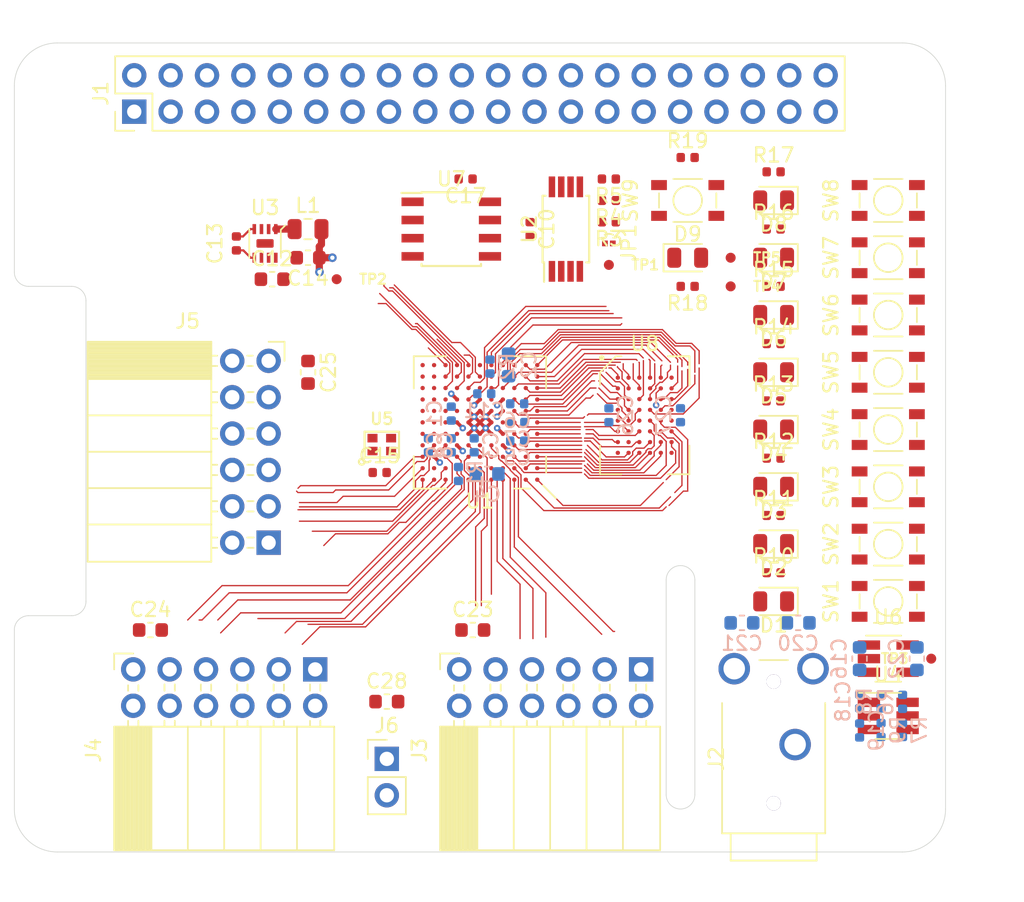
<source format=kicad_pcb>
(kicad_pcb (version 20171130) (host pcbnew 5.1.2+dfsg1-1)
  (layers (0 F.Cu signal) (1 In1.Cu power hide) (2 In2.Cu power) (31 B.Cu signal) (34 B.Paste user) (35 F.Paste user) (36 B.SilkS user hide) (37 F.SilkS user hide) (38 B.Mask user) (39 F.Mask user) (44 Edge.Cuts user))
  (net 0 "")
  (net 1 GND)
  (net 2 +1V2)
  (net 3 "Net-(C2-Pad2)")
  (net 4 "Net-(C2-Pad1)")
  (net 5 "Net-(C4-Pad2)")
  (net 6 "Net-(C4-Pad1)")
  (net 7 +3V3)
  (net 8 +5V)
  (net 9 "Net-(C13-Pad2)")
  (net 10 "Net-(C18-Pad1)")
  (net 11 "Net-(C19-Pad1)")
  (net 12 "Net-(C20-Pad1)")
  (net 13 "Net-(C21-Pad1)")
  (net 14 +3.3VDAC)
  (net 15 "Net-(D1-Pad1)")
  (net 16 /LED0)
  (net 17 /LED1)
  (net 18 "Net-(D2-Pad1)")
  (net 19 "Net-(D3-Pad1)")
  (net 20 /LED2)
  (net 21 /LED3)
  (net 22 "Net-(D4-Pad1)")
  (net 23 /LED4)
  (net 24 "Net-(D5-Pad1)")
  (net 25 "Net-(D6-Pad1)")
  (net 26 /LED5)
  (net 27 /LED6)
  (net 28 "Net-(D7-Pad1)")
  (net 29 "Net-(D8-Pad1)")
  (net 30 /LED7)
  (net 31 /GP13_FPGA_CDONE)
  (net 32 "Net-(J1-Pad3)")
  (net 33 "Net-(J1-Pad5)")
  (net 34 "Net-(J1-Pad7)")
  (net 35 /GP14_UART_TXD)
  (net 36 /GP15_UART_RXD)
  (net 37 "Net-(J1-Pad11)")
  (net 38 "Net-(J1-Pad12)")
  (net 39 /GP27_SDIO_DAT3)
  (net 40 /GP22_SDIO_CLK)
  (net 41 /GP23_SDIO_CMD)
  (net 42 /GP24_SDIO_DAT0)
  (net 43 /GP10_SPI_MOSI)
  (net 44 /GP9_SPI_MISO)
  (net 45 /GP25_SDIO_DAT1)
  (net 46 /GP11_SPI_SCK)
  (net 47 /GP8_SPI_~CS)
  (net 48 "Net-(J1-Pad26)")
  (net 49 /ID_SD)
  (net 50 /ID_SC)
  (net 51 "Net-(J1-Pad29)")
  (net 52 "Net-(J1-Pad31)")
  (net 53 /GP12_FPGA_~RST)
  (net 54 "Net-(J1-Pad35)")
  (net 55 "Net-(J1-Pad36)")
  (net 56 /GP26_SDIO_DAT2)
  (net 57 "Net-(J1-Pad38)")
  (net 58 "Net-(J1-Pad40)")
  (net 59 /IO0_0)
  (net 60 /IO0_1)
  (net 61 /IO0_2)
  (net 62 /IO0_3)
  (net 63 /IO0_4)
  (net 64 /IO0_5)
  (net 65 /IO0_6)
  (net 66 /IO0_7)
  (net 67 /IO1_7)
  (net 68 /IO1_6)
  (net 69 /IO1_5)
  (net 70 /IO1_4)
  (net 71 /IO1_3)
  (net 72 /IO1_2)
  (net 73 /IO1_1)
  (net 74 /IO1_0)
  (net 75 /IO2_0)
  (net 76 /IO2_1)
  (net 77 /IO2_2)
  (net 78 /IO2_3)
  (net 79 /IO2_4)
  (net 80 /IO2_5)
  (net 81 /IO2_6)
  (net 82 /IO2_7)
  (net 83 "Net-(JP1-Pad1)")
  (net 84 "Net-(L1-Pad1)")
  (net 85 "Net-(R6-Pad2)")
  (net 86 "Net-(R7-Pad2)")
  (net 87 /SW0)
  (net 88 /SW1)
  (net 89 /SW2)
  (net 90 /SW3)
  (net 91 /SW4)
  (net 92 /SW5)
  (net 93 /SW6)
  (net 94 /SW7)
  (net 95 /SRAM_DQ0)
  (net 96 /SRAM_DQ5)
  (net 97 /SRAM_DQ7)
  (net 98 /SRAM_DQ6)
  (net 99 /SRAM_DQ12)
  (net 100 /SRAM_A9)
  (net 101 /SRAM_A2)
  (net 102 /SRAM_A4)
  (net 103 /SRAM_A5)
  (net 104 /SRAM_A10)
  (net 105 /SRAM_DQ1)
  (net 106 /SRAM_DQ4)
  (net 107 /SRAM_DQ8)
  (net 108 /SRAM_DQ10)
  (net 109 /SRAM_DQ13)
  (net 110 /SRAM_DQ15)
  (net 111 /SRAM_A3)
  (net 112 /SRAM_A7)
  (net 113 /SRAM_A6)
  (net 114 /SRAM_A12)
  (net 115 /SRAM_DQ3)
  (net 116 /SRAM_DQ9)
  (net 117 /SRAM_DQ11)
  (net 118 /SRAM_A8)
  (net 119 /SRAM_A0)
  (net 120 /SRAM_A1)
  (net 121 /SRAM_A11)
  (net 122 /SRAM_A13)
  (net 123 /SRAM_A15)
  (net 124 /SRAM_DQ2)
  (net 125 /SRAM_DQ14)
  (net 126 /SRAM_A14)
  (net 127 /SRAM_A17)
  (net 128 /SRAM_A16)
  (net 129 /SRAM_~WE)
  (net 130 /SRAM_~OE)
  (net 131 /SRAM_~LB)
  (net 132 /SRAM_~UB)
  (net 133 /AUDIO_R_PWM)
  (net 134 "Net-(U1-PadB10)")
  (net 135 /CLK_OSC)
  (net 136 /AUDIO_L_PWM)
  (module Capacitor_SMD:C_0402_1005Metric (layer B.Cu) (at 128.9 108.1 90)
    (fp_text reference C8 (at 0 1.17 90) (layer B.SilkS) (effects (justify mirror)))
    (fp_text value 100n)
    (pad 2 smd roundrect (at 0.485 0 90) (size 0.59 0.64) (layers B.Cu B.Paste B.Mask) (net 1 GND))
    (pad 1 smd roundrect (at -0.485 0 90) (size 0.59 0.64) (layers B.Cu B.Paste B.Mask) (net 7 +3V3))
  )
  (module fpga_hat:BGA-121_11x11_9.0x9.0mm (layer F.Cu) (at 132.5 106.5 180)
    (fp_text reference U1 (at 0 -5.5) (layer F.SilkS))
    (fp_text value iCE40-HX8k-BG121)
    (pad A1 smd circle (at -4 -4 180) (size 0.3 0.3) (layers F.Cu F.Paste F.Mask) (net 79 /IO2_4))
    (pad B1 smd circle (at -4 -3.2 180) (size 0.3 0.3) (layers F.Cu F.Paste F.Mask) (net 95 /SRAM_DQ0))
    (pad C1 smd circle (at -4 -2.4 180) (size 0.3 0.3) (layers F.Cu F.Paste F.Mask) (net 96 /SRAM_DQ5))
    (pad D1 smd circle (at -4 -1.6 180) (size 0.3 0.3) (layers F.Cu F.Paste F.Mask) (net 97 /SRAM_DQ7))
    (pad E1 smd circle (at -4 -0.8 180) (size 0.3 0.3) (layers F.Cu F.Paste F.Mask) (net 98 /SRAM_DQ6))
    (pad F1 smd circle (at -4 0 180) (size 0.3 0.3) (layers F.Cu F.Paste F.Mask) (net 119 /SRAM_A0))
    (pad G1 smd circle (at -4 0.8 180) (size 0.3 0.3) (layers F.Cu F.Paste F.Mask) (net 117 /SRAM_DQ11))
    (pad H1 smd circle (at -4 1.6 180) (size 0.3 0.3) (layers F.Cu F.Paste F.Mask) (net 101 /SRAM_A2))
    (pad J1 smd circle (at -4 2.4 180) (size 0.3 0.3) (layers F.Cu F.Paste F.Mask) (net 102 /SRAM_A4))
    (pad K1 smd circle (at -4 3.2 180) (size 0.3 0.3) (layers F.Cu F.Paste F.Mask) (net 103 /SRAM_A5))
    (pad L1 smd circle (at -4 4 180) (size 0.3 0.3) (layers F.Cu F.Paste F.Mask) (net 104 /SRAM_A10))
    (pad A2 smd circle (at -3.2 -4 180) (size 0.3 0.3) (layers F.Cu F.Paste F.Mask) (net 77 /IO2_2))
    (pad B2 smd circle (at -3.2 -3.2 180) (size 0.3 0.3) (layers F.Cu F.Paste F.Mask) (net 105 /SRAM_DQ1))
    (pad C2 smd circle (at -3.2 -2.4 180) (size 0.3 0.3) (layers F.Cu F.Paste F.Mask) (net 106 /SRAM_DQ4))
    (pad D2 smd circle (at -3.2 -1.6 180) (size 0.3 0.3) (layers F.Cu F.Paste F.Mask) (net 107 /SRAM_DQ8))
    (pad E2 smd circle (at -3.2 -0.8 180) (size 0.3 0.3) (layers F.Cu F.Paste F.Mask) (net 108 /SRAM_DQ10))
    (pad F2 smd circle (at -3.2 0 180) (size 0.3 0.3) (layers F.Cu F.Paste F.Mask) (net 109 /SRAM_DQ13))
    (pad G2 smd circle (at -3.2 0.8 180) (size 0.3 0.3) (layers F.Cu F.Paste F.Mask) (net 110 /SRAM_DQ15))
    (pad H2 smd circle (at -3.2 1.6 180) (size 0.3 0.3) (layers F.Cu F.Paste F.Mask) (net 111 /SRAM_A3))
    (pad J2 smd circle (at -3.2 2.4 180) (size 0.3 0.3) (layers F.Cu F.Paste F.Mask) (net 112 /SRAM_A7))
    (pad K2 smd circle (at -3.2 3.2 180) (size 0.3 0.3) (layers F.Cu F.Paste F.Mask) (net 113 /SRAM_A6))
    (pad L2 smd circle (at -3.2 4 180) (size 0.3 0.3) (layers F.Cu F.Paste F.Mask) (net 114 /SRAM_A12))
    (pad A3 smd circle (at -2.4 -4 180) (size 0.3 0.3) (layers F.Cu F.Paste F.Mask) (net 78 /IO2_3))
    (pad B3 smd circle (at -2.4 -3.2 180) (size 0.3 0.3) (layers F.Cu F.Paste F.Mask) (net 76 /IO2_1))
    (pad C3 smd circle (at -2.4 -2.4 180) (size 0.3 0.3) (layers F.Cu F.Paste F.Mask) (net 115 /SRAM_DQ3))
    (pad D3 smd circle (at -2.4 -1.6 180) (size 0.3 0.3) (layers F.Cu F.Paste F.Mask) (net 116 /SRAM_DQ9))
    (pad E3 smd circle (at -2.4 -0.8 180) (size 0.3 0.3) (layers F.Cu F.Paste F.Mask) (net 100 /SRAM_A9))
    (pad F3 smd circle (at -2.4 0 180) (size 0.3 0.3) (layers F.Cu F.Paste F.Mask) (net 118 /SRAM_A8))
    (pad G3 smd circle (at -2.4 0.8 180) (size 0.3 0.3) (layers F.Cu F.Paste F.Mask) (net 99 /SRAM_DQ12))
    (pad H3 smd circle (at -2.4 1.6 180) (size 0.3 0.3) (layers F.Cu F.Paste F.Mask) (net 120 /SRAM_A1))
    (pad J3 smd circle (at -2.4 2.4 180) (size 0.3 0.3) (layers F.Cu F.Paste F.Mask) (net 121 /SRAM_A11))
    (pad K3 smd circle (at -2.4 3.2 180) (size 0.3 0.3) (layers F.Cu F.Paste F.Mask) (net 122 /SRAM_A13))
    (pad L3 smd circle (at -2.4 4 180) (size 0.3 0.3) (layers F.Cu F.Paste F.Mask) (net 123 /SRAM_A15))
    (pad A4 smd circle (at -1.6 -4 180) (size 0.3 0.3) (layers F.Cu F.Paste F.Mask) (net 68 /IO1_6))
    (pad B4 smd circle (at -1.6 -3.2 180) (size 0.3 0.3) (layers F.Cu F.Paste F.Mask) (net 75 /IO2_0))
    (pad C4 smd circle (at -1.6 -2.4 180) (size 0.3 0.3) (layers F.Cu F.Paste F.Mask) (net 124 /SRAM_DQ2))
    (pad D4 smd circle (at -1.6 -1.6 180) (size 0.3 0.3) (layers F.Cu F.Paste F.Mask) (net 2 +1V2))
    (pad E4 smd circle (at -1.6 -0.8 180) (size 0.3 0.3) (layers F.Cu F.Paste F.Mask) (net 7 +3V3))
    (pad F4 smd circle (at -1.6 0 180) (size 0.3 0.3) (layers F.Cu F.Paste F.Mask) (net 125 /SRAM_DQ14))
    (pad G4 smd circle (at -1.6 0.8 180) (size 0.3 0.3) (layers F.Cu F.Paste F.Mask) (net 7 +3V3))
    (pad H4 smd circle (at -1.6 1.6 180) (size 0.3 0.3) (layers F.Cu F.Paste F.Mask) (net 2 +1V2))
    (pad J4 smd circle (at -1.6 2.4 180) (size 0.3 0.3) (layers F.Cu F.Paste F.Mask) (net 126 /SRAM_A14))
    (pad K4 smd circle (at -1.6 3.2 180) (size 0.3 0.3) (layers F.Cu F.Paste F.Mask) (net 127 /SRAM_A17))
    (pad L4 smd circle (at -1.6 4 180) (size 0.3 0.3) (layers F.Cu F.Paste F.Mask) (net 128 /SRAM_A16))
    (pad A5 smd circle (at -0.8 -4 180) (size 0.3 0.3) (layers F.Cu F.Paste F.Mask) (net 70 /IO1_4))
    (pad B5 smd circle (at -0.8 -3.2 180) (size 0.3 0.3) (layers F.Cu F.Paste F.Mask) (net 69 /IO1_5))
    (pad C5 smd circle (at -0.8 -2.4 180) (size 0.3 0.3) (layers F.Cu F.Paste F.Mask) (net 5 "Net-(C4-Pad2)"))
    (pad D5 smd circle (at -0.8 -1.6 180) (size 0.3 0.3) (layers F.Cu F.Paste F.Mask) (net 67 /IO1_7))
    (pad E5 smd circle (at -0.8 -0.8 180) (size 0.3 0.3) (layers F.Cu F.Paste F.Mask) (net 1 GND))
    (pad F5 smd circle (at -0.8 0 180) (size 0.3 0.3) (layers F.Cu F.Paste F.Mask) (net 1 GND))
    (pad G5 smd circle (at -0.8 0.8 180) (size 0.3 0.3) (layers F.Cu F.Paste F.Mask) (net 1 GND))
    (pad H5 smd circle (at -0.8 1.6 180) (size 0.3 0.3) (layers F.Cu F.Paste F.Mask) (net 1 GND))
    (pad J5 smd circle (at -0.8 2.4 180) (size 0.3 0.3) (layers F.Cu F.Paste F.Mask) (net 129 /SRAM_~WE))
    (pad K5 smd circle (at -0.8 3.2 180) (size 0.3 0.3) (layers F.Cu F.Paste F.Mask) (net 130 /SRAM_~OE))
    (pad L5 smd circle (at -0.8 4 180) (size 0.3 0.3) (layers F.Cu F.Paste F.Mask) (net 56 /GP26_SDIO_DAT2))
    (pad A6 smd circle (at 0 -4 180) (size 0.3 0.3) (layers F.Cu F.Paste F.Mask) (net 71 /IO1_3))
    (pad B6 smd circle (at 0 -3.2 180) (size 0.3 0.3) (layers F.Cu F.Paste F.Mask) (net 81 /IO2_6))
    (pad C6 smd circle (at 0 -2.4 180) (size 0.3 0.3) (layers F.Cu F.Paste F.Mask) (net 6 "Net-(C4-Pad1)"))
    (pad D6 smd circle (at 0 -1.6 180) (size 0.3 0.3) (layers F.Cu F.Paste F.Mask) (net 7 +3V3))
    (pad E6 smd circle (at 0 -0.8 180) (size 0.3 0.3) (layers F.Cu F.Paste F.Mask) (net 1 GND))
    (pad F6 smd circle (at 0 0 180) (size 0.3 0.3) (layers F.Cu F.Paste F.Mask) (net 1 GND))
    (pad G6 smd circle (at 0 0.8 180) (size 0.3 0.3) (layers F.Cu F.Paste F.Mask) (net 1 GND))
    (pad H6 smd circle (at 0 1.6 180) (size 0.3 0.3) (layers F.Cu F.Paste F.Mask) (net 7 +3V3))
    (pad J6 smd circle (at 0 2.4 180) (size 0.3 0.3) (layers F.Cu F.Paste F.Mask) (net 4 "Net-(C2-Pad1)"))
    (pad K6 smd circle (at 0 3.2 180) (size 0.3 0.3) (layers F.Cu F.Paste F.Mask) (net 39 /GP27_SDIO_DAT3))
    (pad L6 smd circle (at 0 4 180) (size 0.3 0.3) (layers F.Cu F.Paste F.Mask) (net 3 "Net-(C2-Pad2)"))
    (pad A7 smd circle (at 0.8 -4 180) (size 0.3 0.3) (layers F.Cu F.Paste F.Mask) (net 72 /IO1_2))
    (pad B7 smd circle (at 0.8 -3.2 180) (size 0.3 0.3) (layers F.Cu F.Paste F.Mask) (net 80 /IO2_5))
    (pad C7 smd circle (at 0.8 -2.4 180) (size 0.3 0.3) (layers F.Cu F.Paste F.Mask) (net 73 /IO1_1))
    (pad D7 smd circle (at 0.8 -1.6 180) (size 0.3 0.3) (layers F.Cu F.Paste F.Mask) (net 66 /IO0_7))
    (pad E7 smd circle (at 0.8 -0.8 180) (size 0.3 0.3) (layers F.Cu F.Paste F.Mask) (net 1 GND))
    (pad F7 smd circle (at 0.8 0 180) (size 0.3 0.3) (layers F.Cu F.Paste F.Mask) (net 1 GND))
    (pad G7 smd circle (at 0.8 0.8 180) (size 0.3 0.3) (layers F.Cu F.Paste F.Mask) (net 1 GND))
    (pad H7 smd circle (at 0.8 1.6 180) (size 0.3 0.3) (layers F.Cu F.Paste F.Mask) (net 131 /SRAM_~LB))
    (pad J7 smd circle (at 0.8 2.4 180) (size 0.3 0.3) (layers F.Cu F.Paste F.Mask) (net 132 /SRAM_~UB))
    (pad K7 smd circle (at 0.8 3.2 180) (size 0.3 0.3) (layers F.Cu F.Paste F.Mask) (net 133 /AUDIO_R_PWM))
    (pad L7 smd circle (at 0.8 4 180) (size 0.3 0.3) (layers F.Cu F.Paste F.Mask) (net 41 /GP23_SDIO_CMD))
    (pad A8 smd circle (at 1.6 -4 180) (size 0.3 0.3) (layers F.Cu F.Paste F.Mask) (net 74 /IO1_0))
    (pad B8 smd circle (at 1.6 -3.2 180) (size 0.3 0.3) (layers F.Cu F.Paste F.Mask) (net 63 /IO0_4))
    (pad C8 smd circle (at 1.6 -2.4 180) (size 0.3 0.3) (layers F.Cu F.Paste F.Mask) (net 65 /IO0_6))
    (pad D8 smd circle (at 1.6 -1.6 180) (size 0.3 0.3) (layers F.Cu F.Paste F.Mask) (net 2 +1V2))
    (pad E8 smd circle (at 1.6 -0.8 180) (size 0.3 0.3) (layers F.Cu F.Paste F.Mask) (net 90 /SW3))
    (pad F8 smd circle (at 1.6 0 180) (size 0.3 0.3) (layers F.Cu F.Paste F.Mask) (net 7 +3V3))
    (pad G8 smd circle (at 1.6 0.8 180) (size 0.3 0.3) (layers F.Cu F.Paste F.Mask) (net 21 /LED3))
    (pad H8 smd circle (at 1.6 1.6 180) (size 0.3 0.3) (layers F.Cu F.Paste F.Mask) (net 2 +1V2))
    (pad J8 smd circle (at 1.6 2.4 180) (size 0.3 0.3) (layers F.Cu F.Paste F.Mask) (net 40 /GP22_SDIO_CLK))
    (pad K8 smd circle (at 1.6 3.2 180) (size 0.3 0.3) (layers F.Cu F.Paste F.Mask) (net 31 /GP13_FPGA_CDONE))
    (pad L8 smd circle (at 1.6 4 180) (size 0.3 0.3) (layers F.Cu F.Paste F.Mask) (net 42 /GP24_SDIO_DAT0))
    (pad A9 smd circle (at 2.4 -4 180) (size 0.3 0.3) (layers F.Cu F.Paste F.Mask) (net 64 /IO0_5))
    (pad B9 smd circle (at 2.4 -3.2 180) (size 0.3 0.3) (layers F.Cu F.Paste F.Mask) (net 62 /IO0_3))
    (pad C9 smd circle (at 2.4 -2.4 180) (size 0.3 0.3) (layers F.Cu F.Paste F.Mask) (net 61 /IO0_2))
    (pad D9 smd circle (at 2.4 -1.6 180) (size 0.3 0.3) (layers F.Cu F.Paste F.Mask) (net 91 /SW4))
    (pad E9 smd circle (at 2.4 -0.8 180) (size 0.3 0.3) (layers F.Cu F.Paste F.Mask) (net 89 /SW2))
    (pad F9 smd circle (at 2.4 0 180) (size 0.3 0.3) (layers F.Cu F.Paste F.Mask) (net 88 /SW1))
    (pad G9 smd circle (at 2.4 0.8 180) (size 0.3 0.3) (layers F.Cu F.Paste F.Mask) (net 27 /LED6))
    (pad H9 smd circle (at 2.4 1.6 180) (size 0.3 0.3) (layers F.Cu F.Paste F.Mask) (net 45 /GP25_SDIO_DAT1))
    (pad J9 smd circle (at 2.4 2.4 180) (size 0.3 0.3) (layers F.Cu F.Paste F.Mask) (net 44 /GP9_SPI_MISO))
    (pad K9 smd circle (at 2.4 3.2 180) (size 0.3 0.3) (layers F.Cu F.Paste F.Mask) (net 43 /GP10_SPI_MOSI))
    (pad L9 smd circle (at 2.4 4 180) (size 0.3 0.3) (layers F.Cu F.Paste F.Mask) (net 53 /GP12_FPGA_~RST))
    (pad A10 smd circle (at 3.2 -4 180) (size 0.3 0.3) (layers F.Cu F.Paste F.Mask) (net 60 /IO0_1))
    (pad B10 smd circle (at 3.2 -3.2 180) (size 0.3 0.3) (layers F.Cu F.Paste F.Mask) (net 134 "Net-(U1-PadB10)"))
    (pad C10 smd circle (at 3.2 -2.4 180) (size 0.3 0.3) (layers F.Cu F.Paste F.Mask) (net 7 +3V3))
    (pad D10 smd circle (at 3.2 -1.6 180) (size 0.3 0.3) (layers F.Cu F.Paste F.Mask) (net 94 /SW7))
    (pad E10 smd circle (at 3.2 -0.8 180) (size 0.3 0.3) (layers F.Cu F.Paste F.Mask) (net 135 /CLK_OSC))
    (pad F10 smd circle (at 3.2 0 180) (size 0.3 0.3) (layers F.Cu F.Paste F.Mask) (net 87 /SW0))
    (pad G10 smd circle (at 3.2 0.8 180) (size 0.3 0.3) (layers F.Cu F.Paste F.Mask) (net 26 /LED5))
    (pad H10 smd circle (at 3.2 1.6 180) (size 0.3 0.3) (layers F.Cu F.Paste F.Mask) (net 17 /LED1))
    (pad J10 smd circle (at 3.2 2.4 180) (size 0.3 0.3) (layers F.Cu F.Paste F.Mask) (net 20 /LED2))
    (pad K10 smd circle (at 3.2 3.2 180) (size 0.3 0.3) (layers F.Cu F.Paste F.Mask) (net 47 /GP8_SPI_~CS))
    (pad L10 smd circle (at 3.2 4 180) (size 0.3 0.3) (layers F.Cu F.Paste F.Mask) (net 46 /GP11_SPI_SCK))
    (pad A11 smd circle (at 4 -4 180) (size 0.3 0.3) (layers F.Cu F.Paste F.Mask) (net 59 /IO0_0))
    (pad B11 smd circle (at 4 -3.2 180) (size 0.3 0.3) (layers F.Cu F.Paste F.Mask) (net 36 /GP15_UART_RXD))
    (pad C11 smd circle (at 4 -2.4 180) (size 0.3 0.3) (layers F.Cu F.Paste F.Mask) (net 35 /GP14_UART_TXD))
    (pad D11 smd circle (at 4 -1.6 180) (size 0.3 0.3) (layers F.Cu F.Paste F.Mask) (net 93 /SW6))
    (pad E11 smd circle (at 4 -0.8 180) (size 0.3 0.3) (layers F.Cu F.Paste F.Mask) (net 92 /SW5))
    (pad F11 smd circle (at 4 0 180) (size 0.3 0.3) (layers F.Cu F.Paste F.Mask) (net 136 /AUDIO_L_PWM))
    (pad G11 smd circle (at 4 0.8 180) (size 0.3 0.3) (layers F.Cu F.Paste F.Mask) (net 30 /LED7))
    (pad H11 smd circle (at 4 1.6 180) (size 0.3 0.3) (layers F.Cu F.Paste F.Mask) (net 23 /LED4))
    (pad J11 smd circle (at 4 2.4 180) (size 0.3 0.3) (layers F.Cu F.Paste F.Mask) (net 82 /IO2_7))
    (pad K11 smd circle (at 4 3.2 180) (size 0.3 0.3) (layers F.Cu F.Paste F.Mask) (net 16 /LED0))
    (pad L11 smd circle (at 4 4 180) (size 0.3 0.3) (layers F.Cu F.Paste F.Mask) (net 7 +3V3))
  )
  (module fpga_hat:MOUNTHOLE_M2.5 (layer F.Cu) (at 161.5 83.5)
    (fp_text reference REF** hide)
    (fp_text value MOUNTHOLE_M2.5 hide)
    (pad "" np_thru_hole circle (at 0 0) (size 2.75 2.75) (drill 2.75) (layers *.Cu *.Mask) (thermal_gap 1.9))
  )
  (module fpga_hat:MOUNTHOLE_M2.5 (layer F.Cu) (at 161.5 133)
    (fp_text reference REF** hide)
    (fp_text value MOUNTHOLE_M2.5 hide)
    (pad "" np_thru_hole circle (at 0 0) (size 2.75 2.75) (drill 2.75) (layers *.Cu *.Mask) (thermal_gap 1.9))
  )
  (module fpga_hat:MOUNTHOLE_M2.5 (layer F.Cu) (at 103.5 133)
    (fp_text reference REF** hide)
    (fp_text value MOUNTHOLE_M2.5 hide)
    (pad "" np_thru_hole circle (at 0 0) (size 2.75 2.75) (drill 2.75) (layers *.Cu *.Mask) (thermal_gap 1.9))
  )
  (module fpga_hat:MOUNTHOLE_M2.5 (layer F.Cu) (at 103.5 83.5)
    (fp_text reference REF** hide)
    (fp_text value MOUNTHOLE_M2.5 hide)
    (pad "" np_thru_hole circle (at 0 0) (size 2.75 2.75) (drill 2.75) (layers *.Cu *.Mask) (thermal_gap 1.9))
  )
  (module Capacitor_SMD:C_0402_1005Metric (layer B.Cu) (at 130.5 105.885 270)
    (fp_text reference C1 (at 0 1.17 90) (layer B.SilkS) (effects (justify mirror)))
    (fp_text value 100n)
    (pad 2 smd roundrect (at 0.485 0 270) (size 0.59 0.64) (layers B.Cu B.Paste B.Mask) (net 1 GND))
    (pad 1 smd roundrect (at -0.485 0 270) (size 0.59 0.64) (layers B.Cu B.Paste B.Mask) (net 2 +1V2))
  )
  (module Capacitor_SMD:C_0603_1608Metric (layer B.Cu) (at 134.5 102.4875 90)
    (fp_text reference C2 (at 0 1.43 90) (layer B.SilkS) (effects (justify mirror)))
    (fp_text value 4u7)
    (pad 2 smd roundrect (at 0.7875 0 90) (size 0.875 0.95) (layers B.Cu B.Paste B.Mask) (net 3 "Net-(C2-Pad2)"))
    (pad 1 smd roundrect (at -0.7875 0 90) (size 0.875 0.95) (layers B.Cu B.Paste B.Mask) (net 4 "Net-(C2-Pad1)"))
  )
  (module Capacitor_SMD:C_0402_1005Metric (layer B.Cu) (at 132.1 108.1 90)
    (fp_text reference C3 (at 0 1.17 90) (layer B.SilkS) (effects (justify mirror)))
    (fp_text value 100n)
    (pad 1 smd roundrect (at -0.485 0 90) (size 0.59 0.64) (layers B.Cu B.Paste B.Mask) (net 2 +1V2))
    (pad 2 smd roundrect (at 0.485 0 90) (size 0.59 0.64) (layers B.Cu B.Paste B.Mask) (net 1 GND))
  )
  (module Capacitor_SMD:C_0603_1608Metric (layer B.Cu) (at 133 110.1)
    (fp_text reference C4 (at 0 1.43) (layer B.SilkS) (effects (justify mirror)))
    (fp_text value 4u7)
    (pad 1 smd roundrect (at -0.7875 0) (size 0.875 0.95) (layers B.Cu B.Paste B.Mask) (net 6 "Net-(C4-Pad1)"))
    (pad 2 smd roundrect (at 0.7875 0) (size 0.875 0.95) (layers B.Cu B.Paste B.Mask) (net 5 "Net-(C4-Pad2)"))
  )
  (module Capacitor_SMD:C_0402_1005Metric (layer B.Cu) (at 135.1 107.8)
    (fp_text reference C5 (at 0 1.17 180) (layer B.SilkS) (effects (justify mirror)))
    (fp_text value 100n)
    (pad 1 smd roundrect (at -0.485 0) (size 0.59 0.64) (layers B.Cu B.Paste B.Mask) (net 2 +1V2))
    (pad 2 smd roundrect (at 0.485 0) (size 0.59 0.64) (layers B.Cu B.Paste B.Mask) (net 1 GND))
  )
  (module Capacitor_SMD:C_0402_1005Metric (layer B.Cu) (at 135.1 105.2)
    (fp_text reference C6 (at 0 1.17) (layer B.SilkS) (effects (justify mirror)))
    (fp_text value 100n)
    (pad 2 smd roundrect (at 0.485 0) (size 0.59 0.64) (layers B.Cu B.Paste B.Mask) (net 1 GND))
    (pad 1 smd roundrect (at -0.485 0) (size 0.59 0.64) (layers B.Cu B.Paste B.Mask) (net 2 +1V2))
  )
  (module Capacitor_SMD:C_0402_1005Metric (layer B.Cu) (at 135.115 106.5)
    (fp_text reference C7 (at 0 1.17 180) (layer B.SilkS) (effects (justify mirror)))
    (fp_text value 100n)
    (pad 2 smd roundrect (at 0.485 0) (size 0.59 0.64) (layers B.Cu B.Paste B.Mask) (net 1 GND))
    (pad 1 smd roundrect (at -0.485 0) (size 0.59 0.64) (layers B.Cu B.Paste B.Mask) (net 7 +3V3))
  )
  (module Capacitor_SMD:C_0402_1005Metric (layer B.Cu) (at 130.5 108.1 270)
    (fp_text reference C9 (at 0 1.17 90) (layer B.SilkS) (effects (justify mirror)))
    (fp_text value 100n)
    (pad 2 smd roundrect (at 0.485 0 270) (size 0.59 0.64) (layers B.Cu B.Paste B.Mask) (net 1 GND))
    (pad 1 smd roundrect (at -0.485 0 270) (size 0.59 0.64) (layers B.Cu B.Paste B.Mask) (net 7 +3V3))
  )
  (module Capacitor_SMD:C_0402_1005Metric (layer F.Cu) (at 136 93 270)
    (fp_text reference C10 (at 0 -1.17 90) (layer F.SilkS))
    (fp_text value 100n)
    (pad 2 smd roundrect (at 0.485 0 270) (size 0.59 0.64) (layers F.Cu F.Paste F.Mask) (net 1 GND))
    (pad 1 smd roundrect (at -0.485 0 270) (size 0.59 0.64) (layers F.Cu F.Paste F.Mask) (net 7 +3V3))
  )
  (module Capacitor_SMD:C_0402_1005Metric (layer B.Cu) (at 132.8 104.5)
    (fp_text reference C11 (at 0 1.17) (layer B.SilkS) (effects (justify mirror)))
    (fp_text value 100n)
    (pad 1 smd roundrect (at -0.485 0) (size 0.59 0.64) (layers B.Cu B.Paste B.Mask) (net 7 +3V3))
    (pad 2 smd roundrect (at 0.485 0) (size 0.59 0.64) (layers B.Cu B.Paste B.Mask) (net 1 GND))
  )
  (module Capacitor_SMD:C_0603_1608Metric (layer F.Cu) (at 118 96.5)
    (fp_text reference C12 (at 0 -1.43) (layer F.SilkS))
    (fp_text value 4u7)
    (pad 2 smd roundrect (at 0.7875 0) (size 0.875 0.95) (layers F.Cu F.Paste F.Mask) (net 1 GND))
    (pad 1 smd roundrect (at -0.7875 0) (size 0.875 0.95) (layers F.Cu F.Paste F.Mask) (net 8 +5V))
  )
  (module Capacitor_SMD:C_0402_1005Metric (layer F.Cu) (at 115.5 94 270)
    (fp_text reference C13 (at 0 1.5 90) (layer F.SilkS))
    (fp_text value 560p)
    (pad 1 smd roundrect (at -0.485 0 270) (size 0.59 0.64) (layers F.Cu F.Paste F.Mask) (net 2 +1V2))
    (pad 2 smd roundrect (at 0.485 0 270) (size 0.59 0.64) (layers F.Cu F.Paste F.Mask) (net 9 "Net-(C13-Pad2)"))
  )
  (module Capacitor_SMD:C_0603_1608Metric (layer F.Cu) (at 120.5 95 180)
    (fp_text reference C14 (at 0 -1.43) (layer F.SilkS))
    (fp_text value 4u7)
    (pad 2 smd roundrect (at 0.7875 0 180) (size 0.875 0.95) (layers F.Cu F.Paste F.Mask) (net 1 GND))
    (pad 1 smd roundrect (at -0.7875 0 180) (size 0.875 0.95) (layers F.Cu F.Paste F.Mask) (net 2 +1V2))
  )
  (module Capacitor_SMD:C_0402_1005Metric (layer F.Cu) (at 125.5 110)
    (fp_text reference C15 (at 0 -1.17) (layer F.SilkS))
    (fp_text value 100n)
    (pad 2 smd roundrect (at 0.485 0) (size 0.59 0.64) (layers F.Cu F.Paste F.Mask) (net 1 GND))
    (pad 1 smd roundrect (at -0.485 0) (size 0.59 0.64) (layers F.Cu F.Paste F.Mask) (net 7 +3V3))
  )
  (module Capacitor_SMD:C_0603_1608Metric (layer B.Cu) (at 159 123 270)
    (fp_text reference C16 (at 0 1.43 90) (layer B.SilkS) (effects (justify mirror)))
    (fp_text value 1u)
    (pad 1 smd roundrect (at -0.7875 0 270) (size 0.875 0.95) (layers B.Cu B.Paste B.Mask) (net 8 +5V))
    (pad 2 smd roundrect (at 0.7875 0 270) (size 0.875 0.95) (layers B.Cu B.Paste B.Mask) (net 1 GND))
  )
  (module Capacitor_SMD:C_0402_1005Metric (layer F.Cu) (at 131.5 89.5 180)
    (fp_text reference C17 (at 0 -1.17) (layer F.SilkS))
    (fp_text value 100n)
    (pad 1 smd roundrect (at -0.485 0 180) (size 0.59 0.64) (layers F.Cu F.Paste F.Mask) (net 7 +3V3))
    (pad 2 smd roundrect (at 0.485 0 180) (size 0.59 0.64) (layers F.Cu F.Paste F.Mask) (net 1 GND))
  )
  (module Capacitor_SMD:C_0402_1005Metric (layer B.Cu) (at 159 125.985 270)
    (fp_text reference C18 (at 0 1.17 90) (layer B.SilkS) (effects (justify mirror)))
    (fp_text value 100n)
    (pad 1 smd roundrect (at -0.485 0 270) (size 0.59 0.64) (layers B.Cu B.Paste B.Mask) (net 10 "Net-(C18-Pad1)"))
    (pad 2 smd roundrect (at 0.485 0 270) (size 0.59 0.64) (layers B.Cu B.Paste B.Mask) (net 1 GND))
  )
  (module Capacitor_SMD:C_0402_1005Metric (layer B.Cu) (at 159 128.015 90)
    (fp_text reference C19 (at 0 1.17 90) (layer B.SilkS) (effects (justify mirror)))
    (fp_text value 100n)
    (pad 1 smd roundrect (at -0.485 0 90) (size 0.59 0.64) (layers B.Cu B.Paste B.Mask) (net 11 "Net-(C19-Pad1)"))
    (pad 2 smd roundrect (at 0.485 0 90) (size 0.59 0.64) (layers B.Cu B.Paste B.Mask) (net 1 GND))
  )
  (module Capacitor_SMD:C_0603_1608Metric (layer B.Cu) (at 154.7125 120.5)
    (fp_text reference C20 (at 0 1.43) (layer B.SilkS) (effects (justify mirror)))
    (fp_text value 4u7)
    (pad 1 smd roundrect (at -0.7875 0) (size 0.875 0.95) (layers B.Cu B.Paste B.Mask) (net 12 "Net-(C20-Pad1)"))
    (pad 2 smd roundrect (at 0.7875 0) (size 0.875 0.95) (layers B.Cu B.Paste B.Mask) (net 10 "Net-(C18-Pad1)"))
  )
  (module Capacitor_SMD:C_0603_1608Metric (layer B.Cu) (at 150.7875 120.5)
    (fp_text reference C21 (at 0 1.43) (layer B.SilkS) (effects (justify mirror)))
    (fp_text value 4u7)
    (pad 1 smd roundrect (at -0.7875 0) (size 0.875 0.95) (layers B.Cu B.Paste B.Mask) (net 13 "Net-(C21-Pad1)"))
    (pad 2 smd roundrect (at 0.7875 0) (size 0.875 0.95) (layers B.Cu B.Paste B.Mask) (net 11 "Net-(C19-Pad1)"))
  )
  (module Capacitor_SMD:C_0603_1608Metric (layer B.Cu) (at 163 123 270)
    (fp_text reference C22 (at 0 1.43 90) (layer B.SilkS) (effects (justify mirror)))
    (fp_text value 1u)
    (pad 2 smd roundrect (at 0.7875 0 270) (size 0.875 0.95) (layers B.Cu B.Paste B.Mask) (net 1 GND))
    (pad 1 smd roundrect (at -0.7875 0 270) (size 0.875 0.95) (layers B.Cu B.Paste B.Mask) (net 14 +3.3VDAC))
  )
  (module Capacitor_SMD:C_0603_1608Metric (layer F.Cu) (at 132 121)
    (fp_text reference C23 (at 0 -1.43) (layer F.SilkS))
    (fp_text value 1u)
    (pad 2 smd roundrect (at 0.7875 0) (size 0.875 0.95) (layers F.Cu F.Paste F.Mask) (net 1 GND))
    (pad 1 smd roundrect (at -0.7875 0) (size 0.875 0.95) (layers F.Cu F.Paste F.Mask) (net 7 +3V3))
  )
  (module Capacitor_SMD:C_0603_1608Metric (layer F.Cu) (at 109.5 121)
    (fp_text reference C24 (at 0 -1.43) (layer F.SilkS))
    (fp_text value 1u)
    (pad 1 smd roundrect (at -0.7875 0) (size 0.875 0.95) (layers F.Cu F.Paste F.Mask) (net 7 +3V3))
    (pad 2 smd roundrect (at 0.7875 0) (size 0.875 0.95) (layers F.Cu F.Paste F.Mask) (net 1 GND))
  )
  (module Capacitor_SMD:C_0603_1608Metric (layer F.Cu) (at 120.5 103 270)
    (fp_text reference C25 (at 0 -1.43 90) (layer F.SilkS))
    (fp_text value 1u)
    (pad 2 smd roundrect (at 0.7875 0 270) (size 0.875 0.95) (layers F.Cu F.Paste F.Mask) (net 1 GND))
    (pad 1 smd roundrect (at -0.7875 0 270) (size 0.875 0.95) (layers F.Cu F.Paste F.Mask) (net 7 +3V3))
  )
  (module Capacitor_SMD:C_0402_1005Metric (layer B.Cu) (at 141.5 106 90)
    (fp_text reference C26 (at 0 1.17 270) (layer B.SilkS) (effects (justify mirror)))
    (fp_text value 100n)
    (pad 1 smd roundrect (at -0.485 0 90) (size 0.59 0.64) (layers B.Cu B.Paste B.Mask) (net 7 +3V3))
    (pad 2 smd roundrect (at 0.485 0 90) (size 0.59 0.64) (layers B.Cu B.Paste B.Mask) (net 1 GND))
  )
  (module Capacitor_SMD:C_0402_1005Metric (layer B.Cu) (at 146.5 106 270)
    (fp_text reference C27 (at 0 1.17 270) (layer B.SilkS) (effects (justify mirror)))
    (fp_text value 100n)
    (pad 2 smd roundrect (at 0.485 0 270) (size 0.59 0.64) (layers B.Cu B.Paste B.Mask) (net 1 GND))
    (pad 1 smd roundrect (at -0.485 0 270) (size 0.59 0.64) (layers B.Cu B.Paste B.Mask) (net 7 +3V3))
  )
  (module Capacitor_SMD:C_0603_1608Metric (layer F.Cu) (at 126 126)
    (fp_text reference C28 (at 0 -1.43) (layer F.SilkS))
    (fp_text value 1u)
    (pad 1 smd roundrect (at -0.7875 0) (size 0.875 0.95) (layers F.Cu F.Paste F.Mask) (net 8 +5V))
    (pad 2 smd roundrect (at 0.7875 0) (size 0.875 0.95) (layers F.Cu F.Paste F.Mask) (net 1 GND))
  )
  (module LED_SMD:LED_0805_2012Metric (layer F.Cu) (at 153 119 180)
    (fp_text reference D1 (at 0 -1.65) (layer F.SilkS))
    (fp_text value LED)
    (pad 1 smd roundrect (at -0.9375 0 180) (size 0.975 1.4) (layers F.Cu F.Paste F.Mask) (net 15 "Net-(D1-Pad1)"))
    (pad 2 smd roundrect (at 0.9375 0 180) (size 0.975 1.4) (layers F.Cu F.Paste F.Mask) (net 16 /LED0))
  )
  (module LED_SMD:LED_0805_2012Metric (layer F.Cu) (at 153 115 180)
    (fp_text reference D2 (at 0 -1.65) (layer F.SilkS))
    (fp_text value LED)
    (pad 1 smd roundrect (at -0.9375 0 180) (size 0.975 1.4) (layers F.Cu F.Paste F.Mask) (net 18 "Net-(D2-Pad1)"))
    (pad 2 smd roundrect (at 0.9375 0 180) (size 0.975 1.4) (layers F.Cu F.Paste F.Mask) (net 17 /LED1))
  )
  (module LED_SMD:LED_0805_2012Metric (layer F.Cu) (at 153 111 180)
    (fp_text reference D3 (at 0 -1.65) (layer F.SilkS))
    (fp_text value LED)
    (pad 2 smd roundrect (at 0.9375 0 180) (size 0.975 1.4) (layers F.Cu F.Paste F.Mask) (net 20 /LED2))
    (pad 1 smd roundrect (at -0.9375 0 180) (size 0.975 1.4) (layers F.Cu F.Paste F.Mask) (net 19 "Net-(D3-Pad1)"))
  )
  (module LED_SMD:LED_0805_2012Metric (layer F.Cu) (at 153 107 180)
    (fp_text reference D4 (at 0 -1.65) (layer F.SilkS))
    (fp_text value LED)
    (pad 1 smd roundrect (at -0.9375 0 180) (size 0.975 1.4) (layers F.Cu F.Paste F.Mask) (net 22 "Net-(D4-Pad1)"))
    (pad 2 smd roundrect (at 0.9375 0 180) (size 0.975 1.4) (layers F.Cu F.Paste F.Mask) (net 21 /LED3))
  )
  (module LED_SMD:LED_0805_2012Metric (layer F.Cu) (at 153 103 180)
    (fp_text reference D5 (at 0 -1.65) (layer F.SilkS))
    (fp_text value LED)
    (pad 2 smd roundrect (at 0.9375 0 180) (size 0.975 1.4) (layers F.Cu F.Paste F.Mask) (net 23 /LED4))
    (pad 1 smd roundrect (at -0.9375 0 180) (size 0.975 1.4) (layers F.Cu F.Paste F.Mask) (net 24 "Net-(D5-Pad1)"))
  )
  (module LED_SMD:LED_0805_2012Metric (layer F.Cu) (at 153 99 180)
    (fp_text reference D6 (at 0 -1.65) (layer F.SilkS))
    (fp_text value LED)
    (pad 1 smd roundrect (at -0.9375 0 180) (size 0.975 1.4) (layers F.Cu F.Paste F.Mask) (net 25 "Net-(D6-Pad1)"))
    (pad 2 smd roundrect (at 0.9375 0 180) (size 0.975 1.4) (layers F.Cu F.Paste F.Mask) (net 26 /LED5))
  )
  (module LED_SMD:LED_0805_2012Metric (layer F.Cu) (at 153 95 180)
    (fp_text reference D7 (at 0 -1.65) (layer F.SilkS))
    (fp_text value LED)
    (pad 2 smd roundrect (at 0.9375 0 180) (size 0.975 1.4) (layers F.Cu F.Paste F.Mask) (net 27 /LED6))
    (pad 1 smd roundrect (at -0.9375 0 180) (size 0.975 1.4) (layers F.Cu F.Paste F.Mask) (net 28 "Net-(D7-Pad1)"))
  )
  (module LED_SMD:LED_0805_2012Metric (layer F.Cu) (at 153 91 180)
    (fp_text reference D8 (at 0 -1.65) (layer F.SilkS))
    (fp_text value LED)
    (pad 1 smd roundrect (at -0.9375 0 180) (size 0.975 1.4) (layers F.Cu F.Paste F.Mask) (net 29 "Net-(D8-Pad1)"))
    (pad 2 smd roundrect (at 0.9375 0 180) (size 0.975 1.4) (layers F.Cu F.Paste F.Mask) (net 30 /LED7))
  )
  (module LED_SMD:LED_0805_2012Metric (layer F.Cu) (at 147 95)
    (fp_text reference D9 (at 0 -1.65) (layer F.SilkS))
    (fp_text value LED)
    (pad 2 smd roundrect (at 0.9375 0) (size 0.975 1.4) (layers F.Cu F.Paste F.Mask) (net 31 /GP13_FPGA_CDONE))
    (pad 1 smd roundrect (at -0.9375 0) (size 0.975 1.4) (layers F.Cu F.Paste F.Mask) (net 1 GND))
  )
  (module Connector_PinHeader_2.54mm:PinHeader_2x20_P2.54mm_Vertical (layer F.Cu) (at 108.37 84.8 90)
    (fp_text reference J1 (at 1.27 -2.33 90) (layer F.SilkS))
    (fp_text value 2x20)
    (pad 1 thru_hole rect (at 0 0 90) (size 1.7 1.7) (drill 1) (layers *.Cu *.Mask) (net 7 +3V3))
    (pad 2 thru_hole oval (at 2.54 0 90) (size 1.7 1.7) (drill 1) (layers *.Cu *.Mask) (net 8 +5V))
    (pad 3 thru_hole oval (at 0 2.54 90) (size 1.7 1.7) (drill 1) (layers *.Cu *.Mask) (net 32 "Net-(J1-Pad3)"))
    (pad 4 thru_hole oval (at 2.54 2.54 90) (size 1.7 1.7) (drill 1) (layers *.Cu *.Mask) (net 8 +5V))
    (pad 5 thru_hole oval (at 0 5.08 90) (size 1.7 1.7) (drill 1) (layers *.Cu *.Mask) (net 33 "Net-(J1-Pad5)"))
    (pad 6 thru_hole oval (at 2.54 5.08 90) (size 1.7 1.7) (drill 1) (layers *.Cu *.Mask) (net 1 GND))
    (pad 7 thru_hole oval (at 0 7.62 90) (size 1.7 1.7) (drill 1) (layers *.Cu *.Mask) (net 34 "Net-(J1-Pad7)"))
    (pad 8 thru_hole oval (at 2.54 7.62 90) (size 1.7 1.7) (drill 1) (layers *.Cu *.Mask) (net 35 /GP14_UART_TXD))
    (pad 9 thru_hole oval (at 0 10.16 90) (size 1.7 1.7) (drill 1) (layers *.Cu *.Mask) (net 1 GND))
    (pad 10 thru_hole oval (at 2.54 10.16 90) (size 1.7 1.7) (drill 1) (layers *.Cu *.Mask) (net 36 /GP15_UART_RXD))
    (pad 11 thru_hole oval (at 0 12.7 90) (size 1.7 1.7) (drill 1) (layers *.Cu *.Mask) (net 37 "Net-(J1-Pad11)"))
    (pad 12 thru_hole oval (at 2.54 12.7 90) (size 1.7 1.7) (drill 1) (layers *.Cu *.Mask) (net 38 "Net-(J1-Pad12)"))
    (pad 13 thru_hole oval (at 0 15.24 90) (size 1.7 1.7) (drill 1) (layers *.Cu *.Mask) (net 39 /GP27_SDIO_DAT3))
    (pad 14 thru_hole oval (at 2.54 15.24 90) (size 1.7 1.7) (drill 1) (layers *.Cu *.Mask) (net 1 GND))
    (pad 15 thru_hole oval (at 0 17.78 90) (size 1.7 1.7) (drill 1) (layers *.Cu *.Mask) (net 40 /GP22_SDIO_CLK))
    (pad 16 thru_hole oval (at 2.54 17.78 90) (size 1.7 1.7) (drill 1) (layers *.Cu *.Mask) (net 41 /GP23_SDIO_CMD))
    (pad 17 thru_hole oval (at 0 20.32 90) (size 1.7 1.7) (drill 1) (layers *.Cu *.Mask) (net 7 +3V3))
    (pad 18 thru_hole oval (at 2.54 20.32 90) (size 1.7 1.7) (drill 1) (layers *.Cu *.Mask) (net 42 /GP24_SDIO_DAT0))
    (pad 19 thru_hole oval (at 0 22.86 90) (size 1.7 1.7) (drill 1) (layers *.Cu *.Mask) (net 43 /GP10_SPI_MOSI))
    (pad 20 thru_hole oval (at 2.54 22.86 90) (size 1.7 1.7) (drill 1) (layers *.Cu *.Mask) (net 1 GND))
    (pad 21 thru_hole oval (at 0 25.4 90) (size 1.7 1.7) (drill 1) (layers *.Cu *.Mask) (net 44 /GP9_SPI_MISO))
    (pad 22 thru_hole oval (at 2.54 25.4 90) (size 1.7 1.7) (drill 1) (layers *.Cu *.Mask) (net 45 /GP25_SDIO_DAT1))
    (pad 23 thru_hole oval (at 0 27.94 90) (size 1.7 1.7) (drill 1) (layers *.Cu *.Mask) (net 46 /GP11_SPI_SCK))
    (pad 24 thru_hole oval (at 2.54 27.94 90) (size 1.7 1.7) (drill 1) (layers *.Cu *.Mask) (net 47 /GP8_SPI_~CS))
    (pad 25 thru_hole oval (at 0 30.48 90) (size 1.7 1.7) (drill 1) (layers *.Cu *.Mask) (net 1 GND))
    (pad 26 thru_hole oval (at 2.54 30.48 90) (size 1.7 1.7) (drill 1) (layers *.Cu *.Mask) (net 48 "Net-(J1-Pad26)"))
    (pad 27 thru_hole oval (at 0 33.02 90) (size 1.7 1.7) (drill 1) (layers *.Cu *.Mask) (net 49 /ID_SD))
    (pad 28 thru_hole oval (at 2.54 33.02 90) (size 1.7 1.7) (drill 1) (layers *.Cu *.Mask) (net 50 /ID_SC))
    (pad 29 thru_hole oval (at 0 35.56 90) (size 1.7 1.7) (drill 1) (layers *.Cu *.Mask) (net 51 "Net-(J1-Pad29)"))
    (pad 30 thru_hole oval (at 2.54 35.56 90) (size 1.7 1.7) (drill 1) (layers *.Cu *.Mask) (net 1 GND))
    (pad 31 thru_hole oval (at 0 38.1 90) (size 1.7 1.7) (drill 1) (layers *.Cu *.Mask) (net 52 "Net-(J1-Pad31)"))
    (pad 32 thru_hole oval (at 2.54 38.1 90) (size 1.7 1.7) (drill 1) (layers *.Cu *.Mask) (net 53 /GP12_FPGA_~RST))
    (pad 33 thru_hole oval (at 0 40.64 90) (size 1.7 1.7) (drill 1) (layers *.Cu *.Mask) (net 31 /GP13_FPGA_CDONE))
    (pad 34 thru_hole oval (at 2.54 40.64 90) (size 1.7 1.7) (drill 1) (layers *.Cu *.Mask) (net 1 GND))
    (pad 35 thru_hole oval (at 0 43.18 90) (size 1.7 1.7) (drill 1) (layers *.Cu *.Mask) (net 54 "Net-(J1-Pad35)"))
    (pad 36 thru_hole oval (at 2.54 43.18 90) (size 1.7 1.7) (drill 1) (layers *.Cu *.Mask) (net 55 "Net-(J1-Pad36)"))
    (pad 37 thru_hole oval (at 0 45.72 90) (size 1.7 1.7) (drill 1) (layers *.Cu *.Mask) (net 56 /GP26_SDIO_DAT2))
    (pad 38 thru_hole oval (at 2.54 45.72 90) (size 1.7 1.7) (drill 1) (layers *.Cu *.Mask) (net 57 "Net-(J1-Pad38)"))
    (pad 39 thru_hole oval (at 0 48.26 90) (size 1.7 1.7) (drill 1) (layers *.Cu *.Mask) (net 1 GND))
    (pad 40 thru_hole oval (at 2.54 48.26 90) (size 1.7 1.7) (drill 1) (layers *.Cu *.Mask) (net 58 "Net-(J1-Pad40)"))
  )
  (module fpga_hat:STX-3000_TRS_3.5mm (layer F.Cu) (at 153 129 90)
    (fp_text reference J2 (at -1 -4 90) (layer F.SilkS))
    (fp_text value AudioJack3)
    (pad ~ thru_hole circle (at -4.1 0 90) (size 1 1) (drill 1) (layers *.Cu *.Mask))
    (pad ~ thru_hole circle (at 4.4 0 90) (size 1 1) (drill 1) (layers *.Cu *.Mask))
    (pad S thru_hole circle (at 0 1.5 90) (size 2.2 2.2) (drill 1.5) (layers *.Cu *.Mask) (net 1 GND))
    (pad R thru_hole circle (at 5.3 -2.75 90) (size 2.2 2.2) (drill 1.5) (layers *.Cu *.Mask) (net 13 "Net-(C21-Pad1)"))
    (pad T thru_hole circle (at 5.3 2.75 90) (size 2.2 2.2) (drill 1.5) (layers *.Cu *.Mask) (net 12 "Net-(C20-Pad1)"))
  )
  (module fpga_hat:PinSocket_2x06_P2.54mm_Horizontal (layer F.Cu) (at 143.75 123.75 90)
    (fp_text reference J3 (at -5.65 -15.47 90) (layer F.SilkS))
    (fp_text value Conn_02x06_Top_Bottom)
    (pad 6 thru_hole circle (at 0 -12.7 90) (size 1.7 1.7) (drill 1) (layers *.Cu *.Mask) (net 7 +3V3))
    (pad 12 thru_hole oval (at -2.54 -12.7 90) (size 1.7 1.7) (drill 1) (layers *.Cu *.Mask) (net 7 +3V3))
    (pad 5 thru_hole oval (at 0 -10.16 90) (size 1.7 1.7) (drill 1) (layers *.Cu *.Mask) (net 1 GND))
    (pad 11 thru_hole oval (at -2.54 -10.16 90) (size 1.7 1.7) (drill 1) (layers *.Cu *.Mask) (net 1 GND))
    (pad 4 thru_hole oval (at 0 -7.62 90) (size 1.7 1.7) (drill 1) (layers *.Cu *.Mask) (net 62 /IO0_3))
    (pad 10 thru_hole oval (at -2.54 -7.62 90) (size 1.7 1.7) (drill 1) (layers *.Cu *.Mask) (net 66 /IO0_7))
    (pad 3 thru_hole oval (at 0 -5.08 90) (size 1.7 1.7) (drill 1) (layers *.Cu *.Mask) (net 61 /IO0_2))
    (pad 9 thru_hole oval (at -2.54 -5.08 90) (size 1.7 1.7) (drill 1) (layers *.Cu *.Mask) (net 65 /IO0_6))
    (pad 2 thru_hole oval (at 0 -2.54 90) (size 1.7 1.7) (drill 1) (layers *.Cu *.Mask) (net 60 /IO0_1))
    (pad 8 thru_hole oval (at -2.54 -2.54 90) (size 1.7 1.7) (drill 1) (layers *.Cu *.Mask) (net 64 /IO0_5))
    (pad 1 thru_hole rect (at 0 0 90) (size 1.7 1.7) (drill 1) (layers *.Cu *.Mask) (net 59 /IO0_0))
    (pad 7 thru_hole oval (at -2.54 0 90) (size 1.7 1.7) (drill 1) (layers *.Cu *.Mask) (net 63 /IO0_4))
  )
  (module fpga_hat:PinSocket_2x06_P2.54mm_Horizontal (layer F.Cu) (at 121 123.75 90)
    (fp_text reference J4 (at -5.65 -15.47 90) (layer F.SilkS))
    (fp_text value Conn_02x06_Top_Bottom)
    (pad 7 thru_hole oval (at -2.54 0 90) (size 1.7 1.7) (drill 1) (layers *.Cu *.Mask) (net 70 /IO1_4))
    (pad 1 thru_hole rect (at 0 0 90) (size 1.7 1.7) (drill 1) (layers *.Cu *.Mask) (net 74 /IO1_0))
    (pad 8 thru_hole oval (at -2.54 -2.54 90) (size 1.7 1.7) (drill 1) (layers *.Cu *.Mask) (net 69 /IO1_5))
    (pad 2 thru_hole oval (at 0 -2.54 90) (size 1.7 1.7) (drill 1) (layers *.Cu *.Mask) (net 73 /IO1_1))
    (pad 9 thru_hole oval (at -2.54 -5.08 90) (size 1.7 1.7) (drill 1) (layers *.Cu *.Mask) (net 68 /IO1_6))
    (pad 3 thru_hole oval (at 0 -5.08 90) (size 1.7 1.7) (drill 1) (layers *.Cu *.Mask) (net 72 /IO1_2))
    (pad 10 thru_hole oval (at -2.54 -7.62 90) (size 1.7 1.7) (drill 1) (layers *.Cu *.Mask) (net 67 /IO1_7))
    (pad 4 thru_hole oval (at 0 -7.62 90) (size 1.7 1.7) (drill 1) (layers *.Cu *.Mask) (net 71 /IO1_3))
    (pad 11 thru_hole oval (at -2.54 -10.16 90) (size 1.7 1.7) (drill 1) (layers *.Cu *.Mask) (net 1 GND))
    (pad 5 thru_hole oval (at 0 -10.16 90) (size 1.7 1.7) (drill 1) (layers *.Cu *.Mask) (net 1 GND))
    (pad 12 thru_hole oval (at -2.54 -12.7 90) (size 1.7 1.7) (drill 1) (layers *.Cu *.Mask) (net 7 +3V3))
    (pad 6 thru_hole circle (at 0 -12.7 90) (size 1.7 1.7) (drill 1) (layers *.Cu *.Mask) (net 7 +3V3))
  )
  (module fpga_hat:PinSocket_2x06_P2.54mm_Horizontal (layer F.Cu) (at 117.75 114.9)
    (fp_text reference J5 (at -5.65 -15.47) (layer F.SilkS))
    (fp_text value Conn_02x06_Top_Bottom)
    (pad 6 thru_hole circle (at 0 -12.7) (size 1.7 1.7) (drill 1) (layers *.Cu *.Mask) (net 7 +3V3))
    (pad 12 thru_hole oval (at -2.54 -12.7) (size 1.7 1.7) (drill 1) (layers *.Cu *.Mask) (net 7 +3V3))
    (pad 5 thru_hole oval (at 0 -10.16) (size 1.7 1.7) (drill 1) (layers *.Cu *.Mask) (net 1 GND))
    (pad 11 thru_hole oval (at -2.54 -10.16) (size 1.7 1.7) (drill 1) (layers *.Cu *.Mask) (net 1 GND))
    (pad 4 thru_hole oval (at 0 -7.62) (size 1.7 1.7) (drill 1) (layers *.Cu *.Mask) (net 78 /IO2_3))
    (pad 10 thru_hole oval (at -2.54 -7.62) (size 1.7 1.7) (drill 1) (layers *.Cu *.Mask) (net 82 /IO2_7))
    (pad 3 thru_hole oval (at 0 -5.08) (size 1.7 1.7) (drill 1) (layers *.Cu *.Mask) (net 77 /IO2_2))
    (pad 9 thru_hole oval (at -2.54 -5.08) (size 1.7 1.7) (drill 1) (layers *.Cu *.Mask) (net 81 /IO2_6))
    (pad 2 thru_hole oval (at 0 -2.54) (size 1.7 1.7) (drill 1) (layers *.Cu *.Mask) (net 76 /IO2_1))
    (pad 8 thru_hole oval (at -2.54 -2.54) (size 1.7 1.7) (drill 1) (layers *.Cu *.Mask) (net 80 /IO2_5))
    (pad 1 thru_hole rect (at 0 0) (size 1.7 1.7) (drill 1) (layers *.Cu *.Mask) (net 75 /IO2_0))
    (pad 7 thru_hole oval (at -2.54 0) (size 1.7 1.7) (drill 1) (layers *.Cu *.Mask) (net 79 /IO2_4))
  )
  (module Connector_PinHeader_2.54mm:PinHeader_1x02_P2.54mm_Vertical (layer F.Cu) (at 126 130)
    (fp_text reference J6 (at 0 -2.33) (layer F.SilkS))
    (fp_text value Conn_01x02)
    (pad 1 thru_hole rect (at 0 0) (size 1.7 1.7) (drill 1) (layers *.Cu *.Mask) (net 8 +5V))
    (pad 2 thru_hole oval (at 0 2.54) (size 1.7 1.7) (drill 1) (layers *.Cu *.Mask) (net 1 GND))
  )
  (module fpga_hat:SOLDER_JUMP (layer F.Cu) (at 141.5 94 90)
    (fp_text reference JP1 (at 0 1.4 90) (layer F.SilkS))
    (fp_text value "Solder jumper")
    (pad 1 smd rect (at 0 -0.275 90) (size 0.4 0.4) (layers F.Cu F.Paste F.Mask) (net 83 "Net-(JP1-Pad1)"))
    (pad 2 smd rect (at 0 0.275 90) (size 0.4 0.4) (layers F.Cu F.Paste F.Mask) (net 1 GND))
  )
  (module Inductor_SMD:L_0805_2012Metric (layer F.Cu) (at 120.5 93)
    (fp_text reference L1 (at 0 -1.65) (layer F.SilkS))
    (fp_text value 1u)
    (pad 1 smd roundrect (at -0.9375 0) (size 0.975 1.4) (layers F.Cu F.Paste F.Mask) (net 84 "Net-(L1-Pad1)"))
    (pad 2 smd roundrect (at 0.9375 0) (size 0.975 1.4) (layers F.Cu F.Paste F.Mask) (net 2 +1V2))
  )
  (module Resistor_SMD:R_0402_1005Metric (layer B.Cu) (at 131 110.1 90)
    (fp_text reference R1 (at 0 1.17 90) (layer B.SilkS) (effects (justify mirror)))
    (fp_text value 100)
    (pad 1 smd roundrect (at -0.485 0 90) (size 0.59 0.64) (layers B.Cu B.Paste B.Mask) (net 6 "Net-(C4-Pad1)"))
    (pad 2 smd roundrect (at 0.485 0 90) (size 0.59 0.64) (layers B.Cu B.Paste B.Mask) (net 2 +1V2))
  )
  (module Resistor_SMD:R_0402_1005Metric (layer B.Cu) (at 133.2 102.6 90)
    (fp_text reference R2 (at 0 1.17 90) (layer B.SilkS) (effects (justify mirror)))
    (fp_text value 100)
    (pad 2 smd roundrect (at 0.485 0 90) (size 0.59 0.64) (layers B.Cu B.Paste B.Mask) (net 2 +1V2))
    (pad 1 smd roundrect (at -0.485 0 90) (size 0.59 0.64) (layers B.Cu B.Paste B.Mask) (net 4 "Net-(C2-Pad1)"))
  )
  (module Resistor_SMD:R_0402_1005Metric (layer F.Cu) (at 141.5 92.5 180)
    (fp_text reference R3 (at 0 -1.17) (layer F.SilkS))
    (fp_text value 470)
    (pad 1 smd roundrect (at -0.485 0 180) (size 0.59 0.64) (layers F.Cu F.Paste F.Mask) (net 7 +3V3))
    (pad 2 smd roundrect (at 0.485 0 180) (size 0.59 0.64) (layers F.Cu F.Paste F.Mask) (net 83 "Net-(JP1-Pad1)"))
  )
  (module Resistor_SMD:R_0402_1005Metric (layer F.Cu) (at 141.5 91 180)
    (fp_text reference R4 (at 0 -1.17) (layer F.SilkS))
    (fp_text value 4k7)
    (pad 1 smd roundrect (at -0.485 0 180) (size 0.59 0.64) (layers F.Cu F.Paste F.Mask) (net 7 +3V3))
    (pad 2 smd roundrect (at 0.485 0 180) (size 0.59 0.64) (layers F.Cu F.Paste F.Mask) (net 50 /ID_SC))
  )
  (module Resistor_SMD:R_0402_1005Metric (layer F.Cu) (at 141.5 89.5 180)
    (fp_text reference R5 (at 0 -1.17) (layer F.SilkS))
    (fp_text value 4k7)
    (pad 2 smd roundrect (at 0.485 0 180) (size 0.59 0.64) (layers F.Cu F.Paste F.Mask) (net 50 /ID_SC))
    (pad 1 smd roundrect (at -0.485 0 180) (size 0.59 0.64) (layers F.Cu F.Paste F.Mask) (net 7 +3V3))
  )
  (module Resistor_SMD:R_0402_1005Metric (layer B.Cu) (at 162 126.015 270)
    (fp_text reference R6 (at 0 1.17 90) (layer B.SilkS) (effects (justify mirror)))
    (fp_text value 220)
    (pad 2 smd roundrect (at 0.485 0 270) (size 0.59 0.64) (layers B.Cu B.Paste B.Mask) (net 85 "Net-(R6-Pad2)"))
    (pad 1 smd roundrect (at -0.485 0 270) (size 0.59 0.64) (layers B.Cu B.Paste B.Mask) (net 10 "Net-(C18-Pad1)"))
  )
  (module Resistor_SMD:R_0402_1005Metric (layer B.Cu) (at 162 127.985 90)
    (fp_text reference R7 (at 0 1.17 90) (layer B.SilkS) (effects (justify mirror)))
    (fp_text value 220)
    (pad 2 smd roundrect (at 0.485 0 90) (size 0.59 0.64) (layers B.Cu B.Paste B.Mask) (net 86 "Net-(R7-Pad2)"))
    (pad 1 smd roundrect (at -0.485 0 90) (size 0.59 0.64) (layers B.Cu B.Paste B.Mask) (net 11 "Net-(C19-Pad1)"))
  )
  (module Resistor_SMD:R_0402_1005Metric (layer B.Cu) (at 160.5 125.985 270)
    (fp_text reference R8 (at 0 1.17 90) (layer B.SilkS) (effects (justify mirror)))
    (fp_text value 100)
    (pad 1 smd roundrect (at -0.485 0 270) (size 0.59 0.64) (layers B.Cu B.Paste B.Mask) (net 10 "Net-(C18-Pad1)"))
    (pad 2 smd roundrect (at 0.485 0 270) (size 0.59 0.64) (layers B.Cu B.Paste B.Mask) (net 1 GND))
  )
  (module Resistor_SMD:R_0402_1005Metric (layer B.Cu) (at 160.5 127.985 90)
    (fp_text reference R9 (at 0 1.17 90) (layer B.SilkS) (effects (justify mirror)))
    (fp_text value 100)
    (pad 1 smd roundrect (at -0.485 0 90) (size 0.59 0.64) (layers B.Cu B.Paste B.Mask) (net 11 "Net-(C19-Pad1)"))
    (pad 2 smd roundrect (at 0.485 0 90) (size 0.59 0.64) (layers B.Cu B.Paste B.Mask) (net 1 GND))
  )
  (module Resistor_SMD:R_0402_1005Metric (layer F.Cu) (at 153 117)
    (fp_text reference R10 (at 0 -1.17) (layer F.SilkS))
    (fp_text value 470)
    (pad 1 smd roundrect (at -0.485 0) (size 0.59 0.64) (layers F.Cu F.Paste F.Mask) (net 1 GND))
    (pad 2 smd roundrect (at 0.485 0) (size 0.59 0.64) (layers F.Cu F.Paste F.Mask) (net 15 "Net-(D1-Pad1)"))
  )
  (module Resistor_SMD:R_0402_1005Metric (layer F.Cu) (at 153 113)
    (fp_text reference R11 (at 0 -1.17) (layer F.SilkS))
    (fp_text value 470)
    (pad 1 smd roundrect (at -0.485 0) (size 0.59 0.64) (layers F.Cu F.Paste F.Mask) (net 1 GND))
    (pad 2 smd roundrect (at 0.485 0) (size 0.59 0.64) (layers F.Cu F.Paste F.Mask) (net 18 "Net-(D2-Pad1)"))
  )
  (module Resistor_SMD:R_0402_1005Metric (layer F.Cu) (at 153 109)
    (fp_text reference R12 (at 0 -1.17) (layer F.SilkS))
    (fp_text value 470)
    (pad 2 smd roundrect (at 0.485 0) (size 0.59 0.64) (layers F.Cu F.Paste F.Mask) (net 19 "Net-(D3-Pad1)"))
    (pad 1 smd roundrect (at -0.485 0) (size 0.59 0.64) (layers F.Cu F.Paste F.Mask) (net 1 GND))
  )
  (module Resistor_SMD:R_0402_1005Metric (layer F.Cu) (at 152.985 105)
    (fp_text reference R13 (at 0 -1.17) (layer F.SilkS))
    (fp_text value 470)
    (pad 1 smd roundrect (at -0.485 0) (size 0.59 0.64) (layers F.Cu F.Paste F.Mask) (net 1 GND))
    (pad 2 smd roundrect (at 0.485 0) (size 0.59 0.64) (layers F.Cu F.Paste F.Mask) (net 22 "Net-(D4-Pad1)"))
  )
  (module Resistor_SMD:R_0402_1005Metric (layer F.Cu) (at 153 101)
    (fp_text reference R14 (at 0 -1.17) (layer F.SilkS))
    (fp_text value 470)
    (pad 2 smd roundrect (at 0.485 0) (size 0.59 0.64) (layers F.Cu F.Paste F.Mask) (net 24 "Net-(D5-Pad1)"))
    (pad 1 smd roundrect (at -0.485 0) (size 0.59 0.64) (layers F.Cu F.Paste F.Mask) (net 1 GND))
  )
  (module Resistor_SMD:R_0402_1005Metric (layer F.Cu) (at 153 97)
    (fp_text reference R15 (at 0 -1.17) (layer F.SilkS))
    (fp_text value 470)
    (pad 2 smd roundrect (at 0.485 0) (size 0.59 0.64) (layers F.Cu F.Paste F.Mask) (net 25 "Net-(D6-Pad1)"))
    (pad 1 smd roundrect (at -0.485 0) (size 0.59 0.64) (layers F.Cu F.Paste F.Mask) (net 1 GND))
  )
  (module Resistor_SMD:R_0402_1005Metric (layer F.Cu) (at 153 93)
    (fp_text reference R16 (at 0 -1.17) (layer F.SilkS))
    (fp_text value 470)
    (pad 1 smd roundrect (at -0.485 0) (size 0.59 0.64) (layers F.Cu F.Paste F.Mask) (net 1 GND))
    (pad 2 smd roundrect (at 0.485 0) (size 0.59 0.64) (layers F.Cu F.Paste F.Mask) (net 28 "Net-(D7-Pad1)"))
  )
  (module Resistor_SMD:R_0402_1005Metric (layer F.Cu) (at 153 89)
    (fp_text reference R17 (at 0 -1.17) (layer F.SilkS))
    (fp_text value 470)
    (pad 2 smd roundrect (at 0.485 0) (size 0.59 0.64) (layers F.Cu F.Paste F.Mask) (net 29 "Net-(D8-Pad1)"))
    (pad 1 smd roundrect (at -0.485 0) (size 0.59 0.64) (layers F.Cu F.Paste F.Mask) (net 1 GND))
  )
  (module Resistor_SMD:R_0402_1005Metric (layer F.Cu) (at 147 97 180)
    (fp_text reference R18 (at 0 -1.17) (layer F.SilkS))
    (fp_text value 470)
    (pad 1 smd roundrect (at -0.485 0 180) (size 0.59 0.64) (layers F.Cu F.Paste F.Mask) (net 31 /GP13_FPGA_CDONE))
    (pad 2 smd roundrect (at 0.485 0 180) (size 0.59 0.64) (layers F.Cu F.Paste F.Mask) (net 7 +3V3))
  )
  (module Resistor_SMD:R_0402_1005Metric (layer F.Cu) (at 147 88)
    (fp_text reference R19 (at 0 -1.17) (layer F.SilkS))
    (fp_text value 4k7)
    (pad 2 smd roundrect (at 0.485 0) (size 0.59 0.64) (layers F.Cu F.Paste F.Mask) (net 53 /GP12_FPGA_~RST))
    (pad 1 smd roundrect (at -0.485 0) (size 0.59 0.64) (layers F.Cu F.Paste F.Mask) (net 7 +3V3))
  )
  (module fpga_hat:PTS815 (layer F.Cu) (at 161 119 270)
    (fp_text reference SW1 (at 0 4 270) (layer F.SilkS))
    (fp_text value PTS815)
    (pad ~ smd rect (at -1.075 2) (size 1.1 0.7) (layers F.Cu F.Paste F.Mask))
    (pad ~ smd rect (at 1.075 2) (size 1.1 0.7) (layers F.Cu F.Paste F.Mask))
    (pad 2 smd rect (at 1.075 -2) (size 1.1 0.7) (layers F.Cu F.Paste F.Mask) (net 1 GND))
    (pad 1 smd rect (at -1.075 -2) (size 1.1 0.7) (layers F.Cu F.Paste F.Mask) (net 87 /SW0))
  )
  (module fpga_hat:PTS815 (layer F.Cu) (at 161 115 270)
    (fp_text reference SW2 (at 0 4 270) (layer F.SilkS))
    (fp_text value PTS815)
    (pad 1 smd rect (at -1.075 -2) (size 1.1 0.7) (layers F.Cu F.Paste F.Mask) (net 88 /SW1))
    (pad 2 smd rect (at 1.075 -2) (size 1.1 0.7) (layers F.Cu F.Paste F.Mask) (net 1 GND))
    (pad ~ smd rect (at 1.075 2) (size 1.1 0.7) (layers F.Cu F.Paste F.Mask))
    (pad ~ smd rect (at -1.075 2) (size 1.1 0.7) (layers F.Cu F.Paste F.Mask))
  )
  (module fpga_hat:PTS815 (layer F.Cu) (at 161 111 270)
    (fp_text reference SW3 (at 0 4 270) (layer F.SilkS))
    (fp_text value PTS815)
    (pad ~ smd rect (at -1.075 2) (size 1.1 0.7) (layers F.Cu F.Paste F.Mask))
    (pad ~ smd rect (at 1.075 2) (size 1.1 0.7) (layers F.Cu F.Paste F.Mask))
    (pad 2 smd rect (at 1.075 -2) (size 1.1 0.7) (layers F.Cu F.Paste F.Mask) (net 1 GND))
    (pad 1 smd rect (at -1.075 -2) (size 1.1 0.7) (layers F.Cu F.Paste F.Mask) (net 89 /SW2))
  )
  (module fpga_hat:PTS815 (layer F.Cu) (at 161 107 270)
    (fp_text reference SW4 (at 0 4 270) (layer F.SilkS))
    (fp_text value PTS815)
    (pad ~ smd rect (at -1.075 2) (size 1.1 0.7) (layers F.Cu F.Paste F.Mask))
    (pad ~ smd rect (at 1.075 2) (size 1.1 0.7) (layers F.Cu F.Paste F.Mask))
    (pad 2 smd rect (at 1.075 -2) (size 1.1 0.7) (layers F.Cu F.Paste F.Mask) (net 1 GND))
    (pad 1 smd rect (at -1.075 -2) (size 1.1 0.7) (layers F.Cu F.Paste F.Mask) (net 90 /SW3))
  )
  (module fpga_hat:PTS815 (layer F.Cu) (at 161 103 270)
    (fp_text reference SW5 (at 0 4 270) (layer F.SilkS))
    (fp_text value PTS815)
    (pad 1 smd rect (at -1.075 -2) (size 1.1 0.7) (layers F.Cu F.Paste F.Mask) (net 91 /SW4))
    (pad 2 smd rect (at 1.075 -2) (size 1.1 0.7) (layers F.Cu F.Paste F.Mask) (net 1 GND))
    (pad ~ smd rect (at 1.075 2) (size 1.1 0.7) (layers F.Cu F.Paste F.Mask))
    (pad ~ smd rect (at -1.075 2) (size 1.1 0.7) (layers F.Cu F.Paste F.Mask))
  )
  (module fpga_hat:PTS815 (layer F.Cu) (at 161 99 270)
    (fp_text reference SW6 (at 0 4 270) (layer F.SilkS))
    (fp_text value PTS815)
    (pad 1 smd rect (at -1.075 -2) (size 1.1 0.7) (layers F.Cu F.Paste F.Mask) (net 92 /SW5))
    (pad 2 smd rect (at 1.075 -2) (size 1.1 0.7) (layers F.Cu F.Paste F.Mask) (net 1 GND))
    (pad ~ smd rect (at 1.075 2) (size 1.1 0.7) (layers F.Cu F.Paste F.Mask))
    (pad ~ smd rect (at -1.075 2) (size 1.1 0.7) (layers F.Cu F.Paste F.Mask))
  )
  (module fpga_hat:PTS815 (layer F.Cu) (at 161 95 270)
    (fp_text reference SW7 (at 0 4 270) (layer F.SilkS))
    (fp_text value PTS815)
    (pad ~ smd rect (at -1.075 2) (size 1.1 0.7) (layers F.Cu F.Paste F.Mask))
    (pad ~ smd rect (at 1.075 2) (size 1.1 0.7) (layers F.Cu F.Paste F.Mask))
    (pad 2 smd rect (at 1.075 -2) (size 1.1 0.7) (layers F.Cu F.Paste F.Mask) (net 1 GND))
    (pad 1 smd rect (at -1.075 -2) (size 1.1 0.7) (layers F.Cu F.Paste F.Mask) (net 93 /SW6))
  )
  (module fpga_hat:PTS815 (layer F.Cu) (at 161 91 270)
    (fp_text reference SW8 (at 0 4 270) (layer F.SilkS))
    (fp_text value PTS815)
    (pad 1 smd rect (at -1.075 -2) (size 1.1 0.7) (layers F.Cu F.Paste F.Mask) (net 94 /SW7))
    (pad 2 smd rect (at 1.075 -2) (size 1.1 0.7) (layers F.Cu F.Paste F.Mask) (net 1 GND))
    (pad ~ smd rect (at 1.075 2) (size 1.1 0.7) (layers F.Cu F.Paste F.Mask))
    (pad ~ smd rect (at -1.075 2) (size 1.1 0.7) (layers F.Cu F.Paste F.Mask))
  )
  (module fpga_hat:PTS815 (layer F.Cu) (at 147 91 270)
    (fp_text reference SW9 (at 0 4 270) (layer F.SilkS))
    (fp_text value PTS815)
    (pad ~ smd rect (at -1.075 2) (size 1.1 0.7) (layers F.Cu F.Paste F.Mask))
    (pad ~ smd rect (at 1.075 2) (size 1.1 0.7) (layers F.Cu F.Paste F.Mask))
    (pad 2 smd rect (at 1.075 -2) (size 1.1 0.7) (layers F.Cu F.Paste F.Mask) (net 1 GND))
    (pad 1 smd rect (at -1.075 -2) (size 1.1 0.7) (layers F.Cu F.Paste F.Mask) (net 53 /GP12_FPGA_~RST))
  )
  (module fpga_hat:Testpoint_d0.7mm (layer F.Cu) (at 141.5 95.5)
    (fp_text reference TP1 (at 2.54 0) (layer F.SilkS) (effects (font (size 0.7 0.7))))
    (fp_text value TestPoint)
    (pad 1 smd circle (at 0 0) (size 0.7 0.7) (layers F.Cu F.Mask) (net 83 "Net-(JP1-Pad1)"))
  )
  (module fpga_hat:Testpoint_d0.7mm (layer F.Cu) (at 122.5 96.5)
    (fp_text reference TP2 (at 2.54 0) (layer F.SilkS) (effects (font (size 0.7 0.7))))
    (fp_text value TestPoint)
    (pad 1 smd circle (at 0 0) (size 0.7 0.7) (layers F.Cu F.Mask) (net 2 +1V2))
  )
  (module fpga_hat:Testpoint_d0.7mm (layer F.Cu) (at 164 123 180)
    (fp_text reference TP3 (at 2.54 0) (layer F.SilkS) (effects (font (size 0.7 0.7))))
    (fp_text value TestPoint)
    (pad 1 smd circle (at 0 0 180) (size 0.7 0.7) (layers F.Cu F.Mask) (net 14 +3.3VDAC))
  )
  (module fpga_hat:Testpoint_d0.7mm (layer F.Cu) (at 150 97)
    (fp_text reference TP4 (at 2.54 0) (layer F.SilkS) (effects (font (size 0.7 0.7))))
    (fp_text value TestPoint)
    (pad 1 smd circle (at 0 0) (size 0.7 0.7) (layers F.Cu F.Mask) (net 31 /GP13_FPGA_CDONE))
  )
  (module fpga_hat:Testpoint_d0.7mm (layer F.Cu) (at 150 95)
    (fp_text reference TP5 (at 2.54 0) (layer F.SilkS) (effects (font (size 0.7 0.7))))
    (fp_text value TestPoint)
    (pad 1 smd circle (at 0 0) (size 0.7 0.7) (layers F.Cu F.Mask) (net 53 /GP12_FPGA_~RST))
  )
  (module Package_SO:TSSOP-8_4.4x3mm_P0.65mm (layer F.Cu) (at 138.5 93 90)
    (fp_text reference U2 (at 0 -2.55 90) (layer F.SilkS))
    (fp_text value CAT24C32WI)
    (pad 1 smd rect (at -2.95 -0.975 90) (size 1.45 0.45) (layers F.Cu F.Paste F.Mask) (net 1 GND))
    (pad 2 smd rect (at -2.95 -0.325 90) (size 1.45 0.45) (layers F.Cu F.Paste F.Mask) (net 1 GND))
    (pad 3 smd rect (at -2.95 0.325 90) (size 1.45 0.45) (layers F.Cu F.Paste F.Mask) (net 1 GND))
    (pad 4 smd rect (at -2.95 0.975 90) (size 1.45 0.45) (layers F.Cu F.Paste F.Mask) (net 1 GND))
    (pad 5 smd rect (at 2.95 0.975 90) (size 1.45 0.45) (layers F.Cu F.Paste F.Mask) (net 49 /ID_SD))
    (pad 6 smd rect (at 2.95 0.325 90) (size 1.45 0.45) (layers F.Cu F.Paste F.Mask) (net 50 /ID_SC))
    (pad 7 smd rect (at 2.95 -0.325 90) (size 1.45 0.45) (layers F.Cu F.Paste F.Mask) (net 83 "Net-(JP1-Pad1)"))
    (pad 8 smd rect (at 2.95 -0.975 90) (size 1.45 0.45) (layers F.Cu F.Paste F.Mask) (net 7 +3V3))
  )
  (module fpga_hat:DFN8_2x2_0.5mm (layer F.Cu) (at 117.5 94 270)
    (fp_text reference U3 (at -2.5 0 180) (layer F.SilkS))
    (fp_text value MIC23050-4YML)
    (pad 1 smd rect (at -1 -0.75 270) (size 0.7 0.25) (layers F.Cu F.Paste F.Mask) (net 84 "Net-(L1-Pad1)"))
    (pad 2 smd rect (at -1 -0.25 270) (size 0.7 0.25) (layers F.Cu F.Paste F.Mask) (net 8 +5V))
    (pad 3 smd rect (at -1 0.25 270) (size 0.7 0.25) (layers F.Cu F.Paste F.Mask))
    (pad 4 smd rect (at -1 0.75 270) (size 0.7 0.25) (layers F.Cu F.Paste F.Mask) (net 2 +1V2))
    (pad 5 smd rect (at 1 0.75 270) (size 0.7 0.25) (layers F.Cu F.Paste F.Mask) (net 9 "Net-(C13-Pad2)"))
    (pad 8 smd rect (at 1 -0.75 270) (size 0.7 0.25) (layers F.Cu F.Paste F.Mask) (net 1 GND))
    (pad 7 smd rect (at 1 -0.25 270) (size 0.7 0.25) (layers F.Cu F.Paste F.Mask) (net 8 +5V))
    (pad 6 smd rect (at 1 0.25 270) (size 0.7 0.25) (layers F.Cu F.Paste F.Mask) (net 1 GND))
    (pad 8 smd roundrect (at 0 0 270) (size 0.6 1.2) (layers F.Cu F.Paste F.Mask) (roundrect_rratio 0.167) (net 1 GND))
  )
  (module Package_TO_SOT_SMD:SOT-23-6_Handsoldering (layer F.Cu) (at 161 127)
    (fp_text reference U4 (at 0 -2.9) (layer F.SilkS))
    (fp_text value 74LVC2G07)
    (pad 1 smd rect (at -1.35 -0.95) (size 1.56 0.65) (layers F.Cu F.Paste F.Mask) (net 136 /AUDIO_L_PWM))
    (pad 2 smd rect (at -1.35 0) (size 1.56 0.65) (layers F.Cu F.Paste F.Mask) (net 1 GND))
    (pad 3 smd rect (at -1.35 0.95) (size 1.56 0.65) (layers F.Cu F.Paste F.Mask) (net 133 /AUDIO_R_PWM))
    (pad 4 smd rect (at 1.35 0.95) (size 1.56 0.65) (layers F.Cu F.Paste F.Mask) (net 86 "Net-(R7-Pad2)"))
    (pad 6 smd rect (at 1.35 -0.95) (size 1.56 0.65) (layers F.Cu F.Paste F.Mask) (net 85 "Net-(R6-Pad2)"))
    (pad 5 smd rect (at 1.35 0) (size 1.56 0.65) (layers F.Cu F.Paste F.Mask) (net 14 +3.3VDAC))
  )
  (module fpga_hat:LGA4_1.6x1.2mm (layer F.Cu) (at 125.65 108.05)
    (fp_text reference U5 (at 0 -1.8) (layer F.SilkS) (effects (font (size 0.8 0.8))))
    (fp_text value DSC60XX)
    (pad 2 smd rect (at 0.65 0.45) (size 0.7 0.6) (layers F.Cu F.Paste F.Mask) (net 1 GND))
    (pad 1 smd rect (at -0.65 0.45) (size 0.7 0.6) (layers F.Cu F.Paste F.Mask) (net 7 +3V3))
    (pad 3 smd rect (at 0.65 -0.45) (size 0.7 0.6) (layers F.Cu F.Paste F.Mask) (net 135 /CLK_OSC))
    (pad 4 smd rect (at -0.65 -0.45) (size 0.7 0.6) (layers F.Cu F.Paste F.Mask) (net 7 +3V3))
  )
  (module Package_TO_SOT_SMD:SOT-23-5_HandSoldering (layer F.Cu) (at 161 123)
    (fp_text reference U6 (at 0 -2.9) (layer F.SilkS))
    (fp_text value NCP115ASN330T)
    (pad 1 smd rect (at -1.35 -0.95) (size 1.56 0.65) (layers F.Cu F.Paste F.Mask) (net 8 +5V))
    (pad 2 smd rect (at -1.35 0) (size 1.56 0.65) (layers F.Cu F.Paste F.Mask) (net 1 GND))
    (pad 3 smd rect (at -1.35 0.95) (size 1.56 0.65) (layers F.Cu F.Paste F.Mask) (net 8 +5V))
    (pad 4 smd rect (at 1.35 0.95) (size 1.56 0.65) (layers F.Cu F.Paste F.Mask))
    (pad 5 smd rect (at 1.35 -0.95) (size 1.56 0.65) (layers F.Cu F.Paste F.Mask) (net 14 +3.3VDAC))
  )
  (module Package_SO:SOIC-8_3.9x4.9mm_P1.27mm (layer F.Cu) (at 130.5 93)
    (fp_text reference U7 (at 0 -3.5) (layer F.SilkS))
    (fp_text value W25X40CL)
    (pad 1 smd rect (at -2.7 -1.905) (size 1.55 0.6) (layers F.Cu F.Paste F.Mask) (net 47 /GP8_SPI_~CS))
    (pad 2 smd rect (at -2.7 -0.635) (size 1.55 0.6) (layers F.Cu F.Paste F.Mask) (net 44 /GP9_SPI_MISO))
    (pad 3 smd rect (at -2.7 0.635) (size 1.55 0.6) (layers F.Cu F.Paste F.Mask) (net 7 +3V3))
    (pad 4 smd rect (at -2.7 1.905) (size 1.55 0.6) (layers F.Cu F.Paste F.Mask) (net 1 GND))
    (pad 5 smd rect (at 2.7 1.905) (size 1.55 0.6) (layers F.Cu F.Paste F.Mask) (net 43 /GP10_SPI_MOSI))
    (pad 6 smd rect (at 2.7 0.635) (size 1.55 0.6) (layers F.Cu F.Paste F.Mask) (net 46 /GP11_SPI_SCK))
    (pad 7 smd rect (at 2.7 -0.635) (size 1.55 0.6) (layers F.Cu F.Paste F.Mask) (net 7 +3V3))
    (pad 8 smd rect (at 2.7 -1.905) (size 1.55 0.6) (layers F.Cu F.Paste F.Mask) (net 7 +3V3))
  )
  (module fpga_hat:BGA-48_6x8_6.0x8.0mm (layer F.Cu) (at 144 106)
    (fp_text reference U8 (at 0 -5) (layer F.SilkS))
    (fp_text value IS61WV25616)
    (pad A1 smd circle (at -1.875 -2.625) (size 0.3 0.3) (layers F.Cu F.Paste F.Mask) (net 131 /SRAM_~LB))
    (pad B1 smd circle (at -1.875 -1.875) (size 0.3 0.3) (layers F.Cu F.Paste F.Mask) (net 107 /SRAM_DQ8))
    (pad C1 smd circle (at -1.875 -1.125) (size 0.3 0.3) (layers F.Cu F.Paste F.Mask) (net 116 /SRAM_DQ9))
    (pad D1 smd circle (at -1.875 -0.375) (size 0.3 0.3) (layers F.Cu F.Paste F.Mask) (net 1 GND))
    (pad E1 smd circle (at -1.875 0.375) (size 0.3 0.3) (layers F.Cu F.Paste F.Mask) (net 7 +3V3))
    (pad F1 smd circle (at -1.875 1.125) (size 0.3 0.3) (layers F.Cu F.Paste F.Mask) (net 125 /SRAM_DQ14))
    (pad G1 smd circle (at -1.875 1.875) (size 0.3 0.3) (layers F.Cu F.Paste F.Mask) (net 110 /SRAM_DQ15))
    (pad H1 smd circle (at -1.875 2.625) (size 0.3 0.3) (layers F.Cu F.Paste F.Mask))
    (pad A2 smd circle (at -1.125 -2.625) (size 0.3 0.3) (layers F.Cu F.Paste F.Mask) (net 130 /SRAM_~OE))
    (pad B2 smd circle (at -1.125 -1.875) (size 0.3 0.3) (layers F.Cu F.Paste F.Mask) (net 132 /SRAM_~UB))
    (pad C2 smd circle (at -1.125 -1.125) (size 0.3 0.3) (layers F.Cu F.Paste F.Mask) (net 108 /SRAM_DQ10))
    (pad D2 smd circle (at -1.125 -0.375) (size 0.3 0.3) (layers F.Cu F.Paste F.Mask) (net 117 /SRAM_DQ11))
    (pad E2 smd circle (at -1.125 0.375) (size 0.3 0.3) (layers F.Cu F.Paste F.Mask) (net 99 /SRAM_DQ12))
    (pad F2 smd circle (at -1.125 1.125) (size 0.3 0.3) (layers F.Cu F.Paste F.Mask) (net 109 /SRAM_DQ13))
    (pad G2 smd circle (at -1.125 1.875) (size 0.3 0.3) (layers F.Cu F.Paste F.Mask))
    (pad H2 smd circle (at -1.125 2.625) (size 0.3 0.3) (layers F.Cu F.Paste F.Mask) (net 118 /SRAM_A8))
    (pad A3 smd circle (at -0.375 -2.625) (size 0.3 0.3) (layers F.Cu F.Paste F.Mask) (net 119 /SRAM_A0))
    (pad B3 smd circle (at -0.375 -1.875) (size 0.3 0.3) (layers F.Cu F.Paste F.Mask) (net 111 /SRAM_A3))
    (pad C3 smd circle (at -0.375 -1.125) (size 0.3 0.3) (layers F.Cu F.Paste F.Mask) (net 103 /SRAM_A5))
    (pad D3 smd circle (at -0.375 -0.375) (size 0.3 0.3) (layers F.Cu F.Paste F.Mask) (net 127 /SRAM_A17))
    (pad E3 smd circle (at -0.375 0.375) (size 0.3 0.3) (layers F.Cu F.Paste F.Mask))
    (pad F3 smd circle (at -0.375 1.125) (size 0.3 0.3) (layers F.Cu F.Paste F.Mask) (net 126 /SRAM_A14))
    (pad G3 smd circle (at -0.375 1.875) (size 0.3 0.3) (layers F.Cu F.Paste F.Mask) (net 114 /SRAM_A12))
    (pad H3 smd circle (at -0.375 2.625) (size 0.3 0.3) (layers F.Cu F.Paste F.Mask) (net 100 /SRAM_A9))
    (pad A4 smd circle (at 0.375 -2.625) (size 0.3 0.3) (layers F.Cu F.Paste F.Mask) (net 120 /SRAM_A1))
    (pad B4 smd circle (at 0.375 -1.875) (size 0.3 0.3) (layers F.Cu F.Paste F.Mask) (net 102 /SRAM_A4))
    (pad C4 smd circle (at 0.375 -1.125) (size 0.3 0.3) (layers F.Cu F.Paste F.Mask) (net 113 /SRAM_A6))
    (pad D4 smd circle (at 0.375 -0.375) (size 0.3 0.3) (layers F.Cu F.Paste F.Mask) (net 112 /SRAM_A7))
    (pad E4 smd circle (at 0.375 0.375) (size 0.3 0.3) (layers F.Cu F.Paste F.Mask) (net 128 /SRAM_A16))
    (pad F4 smd circle (at 0.375 1.125) (size 0.3 0.3) (layers F.Cu F.Paste F.Mask) (net 123 /SRAM_A15))
    (pad G4 smd circle (at 0.375 1.875) (size 0.3 0.3) (layers F.Cu F.Paste F.Mask) (net 122 /SRAM_A13))
    (pad H4 smd circle (at 0.375 2.625) (size 0.3 0.3) (layers F.Cu F.Paste F.Mask) (net 104 /SRAM_A10))
    (pad A5 smd circle (at 1.125 -2.625) (size 0.3 0.3) (layers F.Cu F.Paste F.Mask) (net 101 /SRAM_A2))
    (pad B5 smd circle (at 1.125 -1.875) (size 0.3 0.3) (layers F.Cu F.Paste F.Mask) (net 1 GND))
    (pad C5 smd circle (at 1.125 -1.125) (size 0.3 0.3) (layers F.Cu F.Paste F.Mask) (net 105 /SRAM_DQ1))
    (pad D5 smd circle (at 1.125 -0.375) (size 0.3 0.3) (layers F.Cu F.Paste F.Mask) (net 115 /SRAM_DQ3))
    (pad E5 smd circle (at 1.125 0.375) (size 0.3 0.3) (layers F.Cu F.Paste F.Mask) (net 106 /SRAM_DQ4))
    (pad F5 smd circle (at 1.125 1.125) (size 0.3 0.3) (layers F.Cu F.Paste F.Mask) (net 96 /SRAM_DQ5))
    (pad G5 smd circle (at 1.125 1.875) (size 0.3 0.3) (layers F.Cu F.Paste F.Mask) (net 129 /SRAM_~WE))
    (pad H5 smd circle (at 1.125 2.625) (size 0.3 0.3) (layers F.Cu F.Paste F.Mask) (net 121 /SRAM_A11))
    (pad A6 smd circle (at 1.875 -2.625) (size 0.3 0.3) (layers F.Cu F.Paste F.Mask))
    (pad B6 smd circle (at 1.875 -1.875) (size 0.3 0.3) (layers F.Cu F.Paste F.Mask) (net 95 /SRAM_DQ0))
    (pad C6 smd circle (at 1.875 -1.125) (size 0.3 0.3) (layers F.Cu F.Paste F.Mask) (net 124 /SRAM_DQ2))
    (pad D6 smd circle (at 1.875 -0.375) (size 0.3 0.3) (layers F.Cu F.Paste F.Mask) (net 7 +3V3))
    (pad E6 smd circle (at 1.875 0.375) (size 0.3 0.3) (layers F.Cu F.Paste F.Mask) (net 1 GND))
    (pad F6 smd circle (at 1.875 1.125) (size 0.3 0.3) (layers F.Cu F.Paste F.Mask) (net 98 /SRAM_DQ6))
    (pad G6 smd circle (at 1.875 1.875) (size 0.3 0.3) (layers F.Cu F.Paste F.Mask) (net 97 /SRAM_DQ7))
    (pad H6 smd circle (at 1.875 2.625) (size 0.3 0.3) (layers F.Cu F.Paste F.Mask))
  )
  (gr_line (start 100 121) (end 100 133.5) (layer Edge.Cuts) (width 0.05))
  (gr_line (start 105 98) (end 105 119) (layer Edge.Cuts) (width 0.05))
  (gr_line (start 100 83) (end 100 96) (layer Edge.Cuts) (width 0.05))
  (gr_arc (start 101 121) (end 101 120) (angle -90) (layer Edge.Cuts) (width 0.05))
  (gr_arc (start 104 98) (end 105 98) (angle -90) (layer Edge.Cuts) (width 0.05))
  (gr_arc (start 104 119) (end 104 120) (angle -90) (layer Edge.Cuts) (width 0.05))
  (gr_line (start 101 97) (end 104 97) (layer Edge.Cuts) (width 0.05))
  (gr_line (start 101 120) (end 104 120) (layer Edge.Cuts) (width 0.05))
  (gr_arc (start 101 96) (end 100 96) (angle -90) (layer Edge.Cuts) (width 0.05))
  (gr_line (start 165 83) (end 165 133.5) (layer Edge.Cuts) (width 0.05))
  (gr_line (start 145.5 117.5) (end 145.5 132.5) (layer Edge.Cuts) (width 0.05))
  (gr_line (start 147.5 132.5) (end 147.5 117.5) (layer Edge.Cuts) (width 0.05))
  (gr_arc (start 146.5 117.5) (end 147.5 117.5) (angle -180) (layer Edge.Cuts) (width 0.05))
  (gr_arc (start 146.5 132.5) (end 145.5 132.5) (angle -180) (layer Edge.Cuts) (width 0.05))
  (gr_arc (start 162 83) (end 165 83) (angle -90) (layer Edge.Cuts) (width 0.05))
  (gr_arc (start 162 133.5) (end 162 136.5) (angle -90) (layer Edge.Cuts) (width 0.05))
  (gr_arc (start 103 133.5) (end 100 133.5) (angle -90) (layer Edge.Cuts) (width 0.05))
  (gr_arc (start 103 83) (end 103 80) (angle -90) (layer Edge.Cuts) (width 0.05))
  (gr_line (start 162 136.5) (end 103 136.5) (layer Edge.Cuts) (width 0.05))
  (gr_line (start 103 80) (end 162 80) (layer Edge.Cuts) (width 0.05))
  (via (at 132.1 106.1) (size 0.45) (drill 0.2) (layers F.Cu B.Cu) (net 1))
  (segment (start 131.7 105.7) (end 132.1 106.1) (width 0.25) (layer F.Cu) (net 1))
  (segment (start 132.5 105.7) (end 132.1 106.1) (width 0.25) (layer F.Cu) (net 1))
  (segment (start 131.7 106.5) (end 132.1 106.1) (width 0.25) (layer F.Cu) (net 1))
  (via (at 132.1 106.9) (size 0.45) (drill 0.2) (layers F.Cu B.Cu) (net 1))
  (segment (start 131.7 106.5) (end 132.1 106.9) (width 0.25) (layer F.Cu) (net 1))
  (segment (start 131.7 107.3) (end 132.1 106.9) (width 0.25) (layer F.Cu) (net 1))
  (segment (start 132.5 107.3) (end 132.1 106.9) (width 0.25) (layer F.Cu) (net 1))
  (segment (start 132.5 106.5) (end 132.1 106.9) (width 0.25) (layer F.Cu) (net 1))
  (via (at 132.9 106.9) (size 0.45) (drill 0.2) (layers F.Cu B.Cu) (net 1))
  (segment (start 132.5 106.5) (end 132.9 106.9) (width 0.25) (layer F.Cu) (net 1))
  (segment (start 132.5 107.3) (end 132.9 106.9) (width 0.25) (layer F.Cu) (net 1))
  (segment (start 132.9 106.9) (end 133.3 107.3) (width 0.25) (layer F.Cu) (net 1))
  (segment (start 133.3 106.5) (end 132.9 106.9) (width 0.25) (layer F.Cu) (net 1))
  (via (at 132.9 106.1) (size 0.45) (drill 0.2) (layers F.Cu B.Cu) (net 1))
  (segment (start 132.5 106.5) (end 132.9 106.1) (width 0.25) (layer F.Cu) (net 1))
  (segment (start 133.3 105.7) (end 132.9 106.1) (width 0.25) (layer F.Cu) (net 1))
  (segment (start 132.5 105.7) (end 132.9 106.1) (width 0.25) (layer F.Cu) (net 1))
  (segment (start 132.9 106.1) (end 133.3 106.5) (width 0.25) (layer F.Cu) (net 1))
  (segment (start 132.1 106.1) (end 132.5 106.5) (width 0.25) (layer F.Cu) (net 1))
  (segment (start 145.125 104.125) (end 144.796178 104.453822) (width 0.09) (layer F.Cu) (net 1))
  (segment (start 144.796178 104.453822) (end 144.796178 104.97798) (width 0.09) (layer F.Cu) (net 1))
  (segment (start 144.796178 104.97798) (end 144.796178 105.296178) (width 0.09) (layer F.Cu) (net 1))
  (via (at 144.796178 105.296178) (size 0.45) (drill 0.2) (layers F.Cu B.Cu) (net 1))
  (via (at 133.7 105.3) (size 0.45) (drill 0.2) (layers F.Cu B.Cu) (net 2))
  (segment (start 134.1 104.9) (end 133.7 105.3) (width 0.25) (layer F.Cu) (net 2))
  (via (at 134.500008 108.500008) (size 0.45) (drill 0.2) (layers F.Cu B.Cu) (net 2))
  (segment (start 134.1 108.1) (end 134.500008 108.500008) (width 0.25) (layer F.Cu) (net 2))
  (segment (start 130.9 108.1) (end 131.3 108.5) (width 0.25) (layer F.Cu) (net 2))
  (via (at 131.3 108.5) (size 0.45) (drill 0.2) (layers F.Cu B.Cu) (net 2))
  (via (at 130.5 104.5) (size 0.45) (drill 0.2) (layers F.Cu B.Cu) (net 2))
  (segment (start 130.9 104.9) (end 130.5 104.5) (width 0.25) (layer F.Cu) (net 2))
  (segment (start 121.2875 94.2125) (end 121.2875 95) (width 0.5) (layer F.Cu) (net 2))
  (segment (start 121.4375 94.0625) (end 121.2875 94.2125) (width 0.5) (layer F.Cu) (net 2))
  (segment (start 121.4375 93) (end 121.4375 94.0625) (width 0.5) (layer F.Cu) (net 2))
  (via (at 122.2 95) (size 0.6) (drill 0.3) (layers F.Cu B.Cu) (net 2))
  (segment (start 121.2875 95) (end 122.2 95) (width 0.5) (layer F.Cu) (net 2))
  (via (at 121.3 96) (size 0.6) (drill 0.3) (layers F.Cu B.Cu) (net 2))
  (segment (start 121.2875 95) (end 121.2875 95.9875) (width 0.5) (layer F.Cu) (net 2))
  (segment (start 121.2875 95.9875) (end 121.3 96) (width 0.5) (layer F.Cu) (net 2))
  (segment (start 116.475 93) (end 116.75 93) (width 0.15) (layer F.Cu) (net 2))
  (segment (start 115.5 93.515) (end 115.96 93.515) (width 0.15) (layer F.Cu) (net 2))
  (segment (start 115.96 93.515) (end 116.475 93) (width 0.15) (layer F.Cu) (net 2))
  (via (at 131.3 106.9) (size 0.45) (drill 0.2) (layers F.Cu B.Cu) (net 7))
  (segment (start 130.9 106.5) (end 131.3 106.9) (width 0.25) (layer F.Cu) (net 7))
  (via (at 132.1 105.29999) (size 0.45) (drill 0.2) (layers F.Cu B.Cu) (net 7))
  (segment (start 132.10001 105.29999) (end 132.1 105.29999) (width 0.25) (layer F.Cu) (net 7))
  (segment (start 132.5 104.9) (end 132.10001 105.29999) (width 0.25) (layer F.Cu) (net 7))
  (via (at 133.7 106.100006) (size 0.45) (drill 0.2) (layers F.Cu B.Cu) (net 7))
  (segment (start 133.7 106.1) (end 133.7 106.100006) (width 0.25) (layer F.Cu) (net 7))
  (segment (start 134.1 105.7) (end 133.7 106.1) (width 0.25) (layer F.Cu) (net 7))
  (via (at 133.7 106.900004) (size 0.45) (drill 0.2) (layers F.Cu B.Cu) (net 7))
  (segment (start 133.700004 106.900004) (end 133.7 106.900004) (width 0.25) (layer F.Cu) (net 7))
  (segment (start 134.1 107.3) (end 133.700004 106.900004) (width 0.25) (layer F.Cu) (net 7))
  (via (at 129.7 109.299994) (size 0.45) (drill 0.2) (layers F.Cu B.Cu) (net 7))
  (segment (start 129.699994 109.299994) (end 129.7 109.299994) (width 0.25) (layer F.Cu) (net 7))
  (segment (start 129.3 108.9) (end 129.699994 109.299994) (width 0.25) (layer F.Cu) (net 7))
  (segment (start 116.5 95) (end 116.75 95) (width 0.15) (layer F.Cu) (net 9))
  (segment (start 115.5 94.485) (end 115.985 94.485) (width 0.15) (layer F.Cu) (net 9))
  (segment (start 115.985 94.485) (end 116.5 95) (width 0.15) (layer F.Cu) (net 9))
  (segment (start 131.2 102.378198) (end 130.740033 101.91823) (width 0.09) (layer F.Cu) (net 31))
  (segment (start 130.9 103.3) (end 131.2 103) (width 0.09) (layer F.Cu) (net 31))
  (segment (start 130.740033 101.91823) (end 129.510901 100.689099) (width 0.09) (layer F.Cu) (net 31))
  (segment (start 131.2 103) (end 131.2 102.378198) (width 0.09) (layer F.Cu) (net 31))
  (segment (start 125.925436 110.919991) (end 119.980009 110.919991) (width 0.09) (layer F.Cu) (net 35))
  (segment (start 119.980009 110.919991) (end 119.8 111.1) (width 0.09) (layer F.Cu) (net 35))
  (segment (start 127.945427 108.9) (end 125.925436 110.919991) (width 0.09) (layer F.Cu) (net 35))
  (segment (start 128.5 108.9) (end 127.945427 108.9) (width 0.09) (layer F.Cu) (net 35))
  (segment (start 122.510895 112.1) (end 119.9 112.1) (width 0.09) (layer F.Cu) (net 36))
  (segment (start 128.5 109.7) (end 126.53998 111.66002) (width 0.09) (layer F.Cu) (net 36))
  (segment (start 122.950875 111.66002) (end 122.510895 112.1) (width 0.09) (layer F.Cu) (net 36))
  (segment (start 126.53998 111.66002) (end 122.950875 111.66002) (width 0.09) (layer F.Cu) (net 36))
  (segment (start 132.180011 101.955436) (end 131.144509 100.919934) (width 0.09) (layer F.Cu) (net 39))
  (segment (start 130.541736 100.919934) (end 126.521802 96.9) (width 0.09) (layer F.Cu) (net 39))
  (segment (start 132.180011 102.980011) (end 132.180011 101.955436) (width 0.09) (layer F.Cu) (net 39))
  (segment (start 131.144509 100.919934) (end 130.541736 100.919934) (width 0.09) (layer F.Cu) (net 39))
  (segment (start 132.5 103.3) (end 132.180011 102.980011) (width 0.09) (layer F.Cu) (net 39))
  (segment (start 131.4 102.323625) (end 126.396364 97.319989) (width 0.09) (layer F.Cu) (net 40))
  (segment (start 131.4 103.6) (end 131.4 102.323625) (width 0.09) (layer F.Cu) (net 40))
  (segment (start 126.141791 97.319989) (end 125.8 96.978198) (width 0.09) (layer F.Cu) (net 40))
  (segment (start 130.9 104.1) (end 131.4 103.6) (width 0.09) (layer F.Cu) (net 40))
  (segment (start 125.8 96.978198) (end 125.8 96.9) (width 0.09) (layer F.Cu) (net 40))
  (segment (start 126.396364 97.319989) (end 126.141791 97.319989) (width 0.09) (layer F.Cu) (net 40))
  (segment (start 126.430948 97.1) (end 126.2 97.1) (width 0.09) (layer F.Cu) (net 41))
  (segment (start 131.7 102.5) (end 131.7 102.369052) (width 0.09) (layer F.Cu) (net 41))
  (segment (start 131.7 102.369052) (end 126.430948 97.1) (width 0.09) (layer F.Cu) (net 41))
  (segment (start 130.9 102.5) (end 130.9 102.369052) (width 0.09) (layer F.Cu) (net 42))
  (segment (start 130.9 102.369052) (end 128.130948 99.6) (width 0.09) (layer F.Cu) (net 42))
  (segment (start 128.130948 99.6) (end 128 99.6) (width 0.09) (layer F.Cu) (net 42))
  (segment (start 130.1 103.3) (end 130.4 103) (width 0.09) (layer F.Cu) (net 43))
  (segment (start 130.4 103) (end 130.4 102.5) (width 0.09) (layer F.Cu) (net 43))
  (segment (start 130.4 102.378198) (end 128.021801 99.999999) (width 0.09) (layer F.Cu) (net 43))
  (segment (start 127.745426 99.999998) (end 125.945428 98.2) (width 0.09) (layer F.Cu) (net 43))
  (segment (start 130.4 102.5) (end 130.4 102.378198) (width 0.09) (layer F.Cu) (net 43))
  (segment (start 128.021801 99.999999) (end 127.745426 99.999998) (width 0.09) (layer F.Cu) (net 43))
  (segment (start 125.945428 98.2) (end 125.4 98.2) (width 0.09) (layer F.Cu) (net 43))
  (segment (start 128.096364 99.819989) (end 127.819989 99.819989) (width 0.09) (layer F.Cu) (net 44))
  (segment (start 130.580011 102.303636) (end 128.096364 99.819989) (width 0.09) (layer F.Cu) (net 44))
  (segment (start 130.580011 103.619989) (end 130.580011 102.303636) (width 0.09) (layer F.Cu) (net 44))
  (segment (start 127.819989 99.819989) (end 125.5 97.5) (width 0.09) (layer F.Cu) (net 44))
  (segment (start 130.1 104.1) (end 130.580011 103.619989) (width 0.09) (layer F.Cu) (net 44))
  (segment (start 130.1 102.5) (end 128.9 101.3) (width 0.09) (layer F.Cu) (net 53))
  (segment (start 136 98.9) (end 141.8 98.9) (width 0.09) (layer F.Cu) (net 56))
  (segment (start 133.3 102.5) (end 133.3 101.6) (width 0.09) (layer F.Cu) (net 56))
  (segment (start 133.3 101.6) (end 136 98.9) (width 0.09) (layer F.Cu) (net 56))
  (segment (start 128.5 110.5) (end 128.5 111) (width 0.09) (layer F.Cu) (net 59))
  (segment (start 128.5 111) (end 126.9 112.6) (width 0.09) (layer F.Cu) (net 59))
  (segment (start 126.9 112.6) (end 119.8 112.6) (width 0.09) (layer F.Cu) (net 59))
  (segment (start 129.3 110.5) (end 126.4 113.4) (width 0.09) (layer F.Cu) (net 60))
  (segment (start 126.4 113.4) (end 119.9 113.4) (width 0.09) (layer F.Cu) (net 60))
  (segment (start 123.309146 117.9) (end 114.5 117.9) (width 0.09) (layer F.Cu) (net 61))
  (segment (start 127.960022 113.249124) (end 123.309146 117.9) (width 0.09) (layer F.Cu) (net 61))
  (segment (start 130.565012 110.711363) (end 129.296364 111.980011) (width 0.09) (layer F.Cu) (net 61))
  (segment (start 114.5 117.9) (end 112.1 120.3) (width 0.09) (layer F.Cu) (net 61))
  (segment (start 130.1 108.9) (end 130.565012 109.365012) (width 0.09) (layer F.Cu) (net 61))
  (segment (start 129.296364 111.980011) (end 129.219989 111.980011) (width 0.09) (layer F.Cu) (net 61))
  (segment (start 129.219989 111.980011) (end 127.960022 113.239978) (width 0.09) (layer F.Cu) (net 61))
  (segment (start 130.565012 109.365012) (end 130.565012 110.711363) (width 0.09) (layer F.Cu) (net 61))
  (segment (start 127.960022 113.239978) (end 127.960022 113.249124) (width 0.09) (layer F.Cu) (net 61))
  (segment (start 129.8 110.421802) (end 129.8 110) (width 0.09) (layer F.Cu) (net 62))
  (segment (start 129.8 110) (end 130.1 109.7) (width 0.09) (layer F.Cu) (net 62))
  (segment (start 129.321802 110.9) (end 129.8 110.421802) (width 0.09) (layer F.Cu) (net 62))
  (segment (start 129.2 110.9) (end 129.321802 110.9) (width 0.09) (layer F.Cu) (net 62))
  (segment (start 120.8 114.1) (end 126 114.1) (width 0.09) (layer F.Cu) (net 62))
  (segment (start 126 114.1) (end 129.2 110.9) (width 0.09) (layer F.Cu) (net 62))
  (segment (start 115.6 118.9) (end 114.2 120.3) (width 0.09) (layer F.Cu) (net 63))
  (segment (start 131.219989 110.398186) (end 131.219989 111.125439) (width 0.09) (layer F.Cu) (net 63))
  (segment (start 130.9 109.7) (end 130.9 110.078197) (width 0.09) (layer F.Cu) (net 63))
  (segment (start 123.445428 118.9) (end 115.6 118.9) (width 0.09) (layer F.Cu) (net 63))
  (segment (start 131.219989 111.125439) (end 123.445428 118.9) (width 0.09) (layer F.Cu) (net 63))
  (segment (start 130.9 110.078197) (end 131.219989 110.398186) (width 0.09) (layer F.Cu) (net 63))
  (segment (start 122.419989 114.280011) (end 121.6 115.1) (width 0.09) (layer F.Cu) (net 64))
  (segment (start 126.874561 113.480011) (end 126.074562 114.280011) (width 0.09) (layer F.Cu) (net 64))
  (segment (start 127.332121 113.480011) (end 126.874561 113.480011) (width 0.09) (layer F.Cu) (net 64))
  (segment (start 130.1 110.5) (end 130.1 110.712132) (width 0.09) (layer F.Cu) (net 64))
  (segment (start 126.074562 114.280011) (end 122.419989 114.280011) (width 0.09) (layer F.Cu) (net 64))
  (segment (start 130.1 110.712132) (end 127.332121 113.480011) (width 0.09) (layer F.Cu) (net 64))
  (segment (start 130.9 108.9) (end 131.185001 109.185001) (width 0.09) (layer F.Cu) (net 65))
  (segment (start 131.185001 110.108626) (end 131.4 110.323625) (width 0.09) (layer F.Cu) (net 65))
  (segment (start 131.185001 109.185001) (end 131.185001 110.108626) (width 0.09) (layer F.Cu) (net 65))
  (segment (start 131.4 110.323625) (end 131.4 111.2) (width 0.09) (layer F.Cu) (net 65))
  (segment (start 131.4 111.2) (end 122.8 119.8) (width 0.09) (layer F.Cu) (net 65))
  (segment (start 122.8 119.8) (end 115.8 119.8) (width 0.09) (layer F.Cu) (net 65))
  (segment (start 115.8 119.8) (end 114.4 121.2) (width 0.09) (layer F.Cu) (net 65))
  (segment (start 132.6 114.093002) (end 132.6 119.3) (width 0.09) (layer F.Cu) (net 66))
  (segment (start 133 108.978198) (end 133 113.693002) (width 0.09) (layer F.Cu) (net 66))
  (segment (start 133 113.693002) (end 132.6 114.093002) (width 0.09) (layer F.Cu) (net 66))
  (segment (start 132.406803 108.385001) (end 133 108.978198) (width 0.09) (layer F.Cu) (net 66))
  (segment (start 131.7 108.1) (end 131.985001 108.385001) (width 0.09) (layer F.Cu) (net 66))
  (segment (start 131.985001 108.385001) (end 132.406803 108.385001) (width 0.09) (layer F.Cu) (net 66))
  (segment (start 135.185001 110.363199) (end 135.185001 110.385001) (width 0.09) (layer F.Cu) (net 67))
  (segment (start 135.185001 110.363199) (end 135.185001 114.485001) (width 0.09) (layer F.Cu) (net 67))
  (segment (start 135.185001 114.485001) (end 141.8 121.1) (width 0.09) (layer F.Cu) (net 67))
  (segment (start 141.8 121.1) (end 141.9 121.1) (width 0.09) (layer F.Cu) (net 67))
  (segment (start 135.036801 110.214999) (end 135.185001 110.363199) (width 0.09) (layer F.Cu) (net 67))
  (segment (start 134.993197 110.214999) (end 135.036801 110.214999) (width 0.09) (layer F.Cu) (net 67))
  (segment (start 134.614999 109.836801) (end 134.993197 110.214999) (width 0.09) (layer F.Cu) (net 67))
  (segment (start 133.3 108.1) (end 133.3 108.312132) (width 0.09) (layer F.Cu) (net 67))
  (segment (start 134.614999 109.793197) (end 134.614999 109.836801) (width 0.09) (layer F.Cu) (net 67))
  (segment (start 133.814999 108.827131) (end 133.814999 109.036801) (width 0.09) (layer F.Cu) (net 67))
  (segment (start 133.963199 109.185001) (end 134.006803 109.185001) (width 0.09) (layer F.Cu) (net 67))
  (segment (start 133.3 108.312132) (end 133.814999 108.827131) (width 0.09) (layer F.Cu) (net 67))
  (segment (start 134.006803 109.185001) (end 134.614999 109.793197) (width 0.09) (layer F.Cu) (net 67))
  (segment (start 133.814999 109.036801) (end 133.963199 109.185001) (width 0.09) (layer F.Cu) (net 67))
  (segment (start 134.1 110.5) (end 134.1 116) (width 0.09) (layer F.Cu) (net 68))
  (segment (start 134.1 116) (end 136.2 118.1) (width 0.09) (layer F.Cu) (net 68))
  (segment (start 136.2 118.1) (end 136.2 121.6) (width 0.09) (layer F.Cu) (net 68))
  (segment (start 133.7 110.1) (end 133.7 116.2) (width 0.09) (layer F.Cu) (net 69))
  (segment (start 133.3 109.7) (end 133.7 110.1) (width 0.09) (layer F.Cu) (net 69))
  (segment (start 133.7 116.2) (end 135.3 117.8) (width 0.09) (layer F.Cu) (net 69))
  (segment (start 135.3 117.8) (end 135.3 121.6) (width 0.09) (layer F.Cu) (net 69))
  (segment (start 133.3 110.5) (end 133.3 118.5) (width 0.09) (layer F.Cu) (net 70))
  (segment (start 132.5 110.5) (end 132.5 112.8) (width 0.09) (layer F.Cu) (net 71))
  (segment (start 121.319989 120.780011) (end 120.1 122) (width 0.09) (layer F.Cu) (net 71))
  (segment (start 132.5 112.8) (end 124.519989 120.780011) (width 0.09) (layer F.Cu) (net 71))
  (segment (start 124.519989 120.780011) (end 121.319989 120.780011) (width 0.09) (layer F.Cu) (net 71))
  (segment (start 123.054572 120.2) (end 117 120.2) (width 0.09) (layer F.Cu) (net 72))
  (segment (start 131.7 110.5) (end 131.7 111.554572) (width 0.09) (layer F.Cu) (net 72))
  (segment (start 131.7 111.554572) (end 123.054572 120.2) (width 0.09) (layer F.Cu) (net 72))
  (segment (start 131.769571 110.214999) (end 131.836801 110.214999) (width 0.09) (layer F.Cu) (net 73))
  (segment (start 119.7 120.4) (end 118.9 121.2) (width 0.09) (layer F.Cu) (net 73))
  (segment (start 132 110.378198) (end 132 111.909145) (width 0.09) (layer F.Cu) (net 73))
  (segment (start 123.5 120.4) (end 119.7 120.4) (width 0.09) (layer F.Cu) (net 73))
  (segment (start 131.414999 109.860427) (end 131.769571 110.214999) (width 0.09) (layer F.Cu) (net 73))
  (segment (start 131.836801 110.214999) (end 132 110.378198) (width 0.09) (layer F.Cu) (net 73))
  (segment (start 126.73998 117.16002) (end 123.5 120.4) (width 0.09) (layer F.Cu) (net 73))
  (segment (start 132 111.909145) (end 126.749125 117.16002) (width 0.09) (layer F.Cu) (net 73))
  (segment (start 131.7 108.9) (end 131.414999 109.185001) (width 0.09) (layer F.Cu) (net 73))
  (segment (start 131.414999 109.185001) (end 131.414999 109.860427) (width 0.09) (layer F.Cu) (net 73))
  (segment (start 126.749125 117.16002) (end 126.73998 117.16002) (width 0.09) (layer F.Cu) (net 73))
  (segment (start 113.1 120.3) (end 112.9 120.3) (width 0.09) (layer F.Cu) (net 74))
  (segment (start 115 118.4) (end 113.1 120.3) (width 0.09) (layer F.Cu) (net 74))
  (segment (start 130.9 110.712132) (end 123.212132 118.4) (width 0.09) (layer F.Cu) (net 74))
  (segment (start 123.212132 118.4) (end 115 118.4) (width 0.09) (layer F.Cu) (net 74))
  (segment (start 130.9 110.5) (end 130.9 110.712132) (width 0.09) (layer F.Cu) (net 74))
  (segment (start 134.614999 110.427131) (end 134.614999 115.914999) (width 0.09) (layer F.Cu) (net 75))
  (segment (start 134.1 109.7) (end 134.1 109.912132) (width 0.09) (layer F.Cu) (net 75))
  (segment (start 134.1 109.912132) (end 134.614999 110.427131) (width 0.09) (layer F.Cu) (net 75))
  (segment (start 134.614999 115.914999) (end 137.1 118.4) (width 0.09) (layer F.Cu) (net 75))
  (segment (start 137.1 118.4) (end 137.1 121.5) (width 0.09) (layer F.Cu) (net 75))
  (segment (start 135.365012 111.065012) (end 136.960022 112.660022) (width 0.09) (layer F.Cu) (net 76))
  (segment (start 145.239978 112.660022) (end 145.5 112.4) (width 0.09) (layer F.Cu) (net 76))
  (segment (start 135.365012 110.165012) (end 135.365012 111.065012) (width 0.09) (layer F.Cu) (net 76))
  (segment (start 136.960022 112.660022) (end 145.239978 112.660022) (width 0.09) (layer F.Cu) (net 76))
  (segment (start 134.9 109.7) (end 135.365012 110.165012) (width 0.09) (layer F.Cu) (net 76))
  (segment (start 135.7 110.5) (end 137.680011 112.480011) (width 0.09) (layer F.Cu) (net 77))
  (segment (start 145.019989 112.480011) (end 145.8 111.7) (width 0.09) (layer F.Cu) (net 77))
  (segment (start 137.680011 112.480011) (end 145.019989 112.480011) (width 0.09) (layer F.Cu) (net 77))
  (segment (start 134.9 110.5) (end 134.9 115.2) (width 0.09) (layer F.Cu) (net 78))
  (segment (start 134.9 115.2) (end 141 121.3) (width 0.09) (layer F.Cu) (net 78))
  (segment (start 143.7 112.3) (end 145.3 110.7) (width 0.09) (layer F.Cu) (net 79))
  (segment (start 136.5 110.5) (end 138.3 112.3) (width 0.09) (layer F.Cu) (net 79))
  (segment (start 138.3 112.3) (end 143.7 112.3) (width 0.09) (layer F.Cu) (net 79))
  (segment (start 131.7 109.7) (end 132.180011 110.180011) (width 0.09) (layer F.Cu) (net 80))
  (segment (start 132.180011 110.180011) (end 132.180011 112.719989) (width 0.09) (layer F.Cu) (net 80))
  (segment (start 124.3 120.6) (end 120.5 120.6) (width 0.09) (layer F.Cu) (net 80))
  (segment (start 132.180011 112.719989) (end 124.3 120.6) (width 0.09) (layer F.Cu) (net 80))
  (segment (start 132.2 113.8) (end 132.2 119.3) (width 0.09) (layer F.Cu) (net 81))
  (segment (start 132.8 113.2) (end 132.2 113.8) (width 0.09) (layer F.Cu) (net 81))
  (segment (start 132.5 109.7) (end 132.8 110) (width 0.09) (layer F.Cu) (net 81))
  (segment (start 132.8 110) (end 132.8 113.2) (width 0.09) (layer F.Cu) (net 81))
  (segment (start 118.25 93) (end 119.5625 93) (width 0.5) (layer F.Cu) (net 84))
  (segment (start 126.7 112.4) (end 119.9 112.4) (width 0.09) (layer F.Cu) (net 91))
  (segment (start 128 111.1) (end 126.7 112.4) (width 0.09) (layer F.Cu) (net 91))
  (segment (start 128 110.578198) (end 128 111.1) (width 0.09) (layer F.Cu) (net 91))
  (segment (start 128.585001 110.214999) (end 128.363199 110.214999) (width 0.09) (layer F.Cu) (net 91))
  (segment (start 128.95 109.85) (end 128.585001 110.214999) (width 0.09) (layer F.Cu) (net 91))
  (segment (start 129.7 108.5) (end 129.278198 108.5) (width 0.09) (layer F.Cu) (net 91))
  (segment (start 130.1 108.1) (end 129.7 108.5) (width 0.09) (layer F.Cu) (net 91))
  (segment (start 129.278198 108.5) (end 129.014999 108.763199) (width 0.09) (layer F.Cu) (net 91))
  (segment (start 128.363199 110.214999) (end 128 110.578198) (width 0.09) (layer F.Cu) (net 91))
  (segment (start 128.95 109.15) (end 128.95 109.85) (width 0.09) (layer F.Cu) (net 91))
  (segment (start 129.014999 108.763199) (end 129.014999 109.085001) (width 0.09) (layer F.Cu) (net 91))
  (segment (start 129.014999 109.085001) (end 128.95 109.15) (width 0.09) (layer F.Cu) (net 91))
  (segment (start 122.245428 111.4) (end 119.8 111.4) (width 0.09) (layer F.Cu) (net 94))
  (segment (start 129.3 108.1) (end 128.819989 108.580011) (width 0.09) (layer F.Cu) (net 94))
  (segment (start 128.819989 108.580011) (end 128.819989 109.025439) (width 0.09) (layer F.Cu) (net 94))
  (segment (start 122.425438 111.219989) (end 122.245428 111.4) (width 0.09) (layer F.Cu) (net 94))
  (segment (start 119.8 111.4) (end 119.7 111.3) (width 0.09) (layer F.Cu) (net 94))
  (segment (start 126.125438 111.219989) (end 122.425438 111.219989) (width 0.09) (layer F.Cu) (net 94))
  (segment (start 128.110439 109.234988) (end 126.125438 111.219989) (width 0.09) (layer F.Cu) (net 94))
  (segment (start 128.61044 109.234988) (end 128.110439 109.234988) (width 0.09) (layer F.Cu) (net 94))
  (segment (start 128.819989 109.025439) (end 128.61044 109.234988) (width 0.09) (layer F.Cu) (net 94))
  (segment (start 136.5 109.7) (end 139.6 109.7) (width 0.09) (layer F.Cu) (net 95))
  (segment (start 146.3 103.7) (end 146.3 102.560001) (width 0.09) (layer F.Cu) (net 95))
  (segment (start 145.875 104.125) (end 146.3 103.7) (width 0.09) (layer F.Cu) (net 95))
  (segment (start 136.5 108.9) (end 139.6 108.9) (width 0.09) (layer F.Cu) (net 96))
  (segment (start 146.4 109.6) (end 145.5 110.5) (width 0.09) (layer F.Cu) (net 96))
  (segment (start 146.011801 107.589999) (end 146.4 107.978198) (width 0.09) (layer F.Cu) (net 96))
  (segment (start 145.125 107.125) (end 145.589999 107.589999) (width 0.09) (layer F.Cu) (net 96))
  (segment (start 146.4 107.978198) (end 146.4 109.6) (width 0.09) (layer F.Cu) (net 96))
  (segment (start 145.589999 107.589999) (end 146.011801 107.589999) (width 0.09) (layer F.Cu) (net 96))
  (segment (start 136.5 108.1) (end 139.6 108.1) (width 0.09) (layer F.Cu) (net 97))
  (segment (start 146.160001 108.488199) (end 146.160001 109.339999) (width 0.09) (layer F.Cu) (net 97))
  (segment (start 146.160001 109.339999) (end 145.1 110.4) (width 0.09) (layer F.Cu) (net 97))
  (segment (start 145.875 108.203198) (end 146.160001 108.488199) (width 0.09) (layer F.Cu) (net 97))
  (segment (start 145.875 107.875) (end 145.875 108.203198) (width 0.09) (layer F.Cu) (net 97))
  (segment (start 145.1 110.4) (end 140.4 110.4) (width 0.09) (layer F.Cu) (net 97))
  (segment (start 140.4 110.4) (end 140.1 110.4) (width 0.09) (layer F.Cu) (net 97))
  (segment (start 140.1 110.4) (end 139.8 110.1) (width 0.09) (layer F.Cu) (net 97))
  (segment (start 136.5 107.3) (end 139.5 107.3) (width 0.09) (layer F.Cu) (net 98))
  (segment (start 146.6 110.9) (end 146.1 111.4) (width 0.09) (layer F.Cu) (net 98))
  (segment (start 145.875 107.125) (end 146.6 107.85) (width 0.09) (layer F.Cu) (net 98))
  (segment (start 146.6 107.85) (end 146.6 110.9) (width 0.09) (layer F.Cu) (net 98))
  (segment (start 142.081803 105.160001) (end 141.360001 105.160001) (width 0.09) (layer F.Cu) (net 99))
  (segment (start 142.410001 105.488199) (end 142.081803 105.160001) (width 0.09) (layer F.Cu) (net 99))
  (segment (start 142.410001 105.697869) (end 142.410001 105.488199) (width 0.09) (layer F.Cu) (net 99))
  (segment (start 142.875 106.375) (end 142.875 106.162868) (width 0.09) (layer F.Cu) (net 99))
  (segment (start 142.875 106.162868) (end 142.410001 105.697869) (width 0.09) (layer F.Cu) (net 99))
  (segment (start 141.360001 105.160001) (end 140.7 104.5) (width 0.09) (layer F.Cu) (net 99))
  (segment (start 138.714999 105.985001) (end 139.9 104.8) (width 0.09) (layer F.Cu) (net 99))
  (segment (start 134.9 105.7) (end 135.185001 105.985001) (width 0.09) (layer F.Cu) (net 99))
  (segment (start 135.185001 105.985001) (end 138.714999 105.985001) (width 0.09) (layer F.Cu) (net 99))
  (segment (start 139.9 104.8) (end 140.2 104.8) (width 0.09) (layer F.Cu) (net 99))
  (segment (start 140.2 104.8) (end 140.4 104.6) (width 0.09) (layer F.Cu) (net 99))
  (segment (start 135.185001 107.585001) (end 139.585001 107.585001) (width 0.09) (layer F.Cu) (net 100))
  (segment (start 134.9 107.3) (end 135.185001 107.585001) (width 0.09) (layer F.Cu) (net 100))
  (segment (start 142.950055 109.299945) (end 140.799945 109.299945) (width 0.09) (layer F.Cu) (net 100))
  (segment (start 140.799945 109.299945) (end 140.7 109.2) (width 0.09) (layer F.Cu) (net 100))
  (segment (start 143.625 108.625) (end 142.950055 109.299945) (width 0.09) (layer F.Cu) (net 100))
  (segment (start 140.7 109.2) (end 139.9 108.4) (width 0.09) (layer F.Cu) (net 100))
  (segment (start 145.125 102.575) (end 145.2 102.5) (width 0.09) (layer F.Cu) (net 101))
  (segment (start 145.125 103.375) (end 145.125 102.575) (width 0.09) (layer F.Cu) (net 101))
  (segment (start 138.3 104.9) (end 140.3 102.9) (width 0.09) (layer F.Cu) (net 101))
  (segment (start 136.5 104.9) (end 138.3 104.9) (width 0.09) (layer F.Cu) (net 101))
  (segment (start 140.3 102.9) (end 141.1 102.9) (width 0.09) (layer F.Cu) (net 101))
  (segment (start 144.7 103.8) (end 144.7 102.4) (width 0.09) (layer F.Cu) (net 102))
  (segment (start 144.375 104.125) (end 144.7 103.8) (width 0.09) (layer F.Cu) (net 102))
  (segment (start 136.5 104.1) (end 138.1 104.1) (width 0.09) (layer F.Cu) (net 102))
  (segment (start 139.9 102.3) (end 142.3 102.3) (width 0.09) (layer F.Cu) (net 102))
  (segment (start 138.1 104.1) (end 139.9 102.3) (width 0.09) (layer F.Cu) (net 102))
  (segment (start 143.910001 104.589999) (end 143.910001 102.180009) (width 0.09) (layer F.Cu) (net 103))
  (segment (start 143.625 104.875) (end 143.910001 104.589999) (width 0.09) (layer F.Cu) (net 103))
  (segment (start 143.9 101.4) (end 144.7 102.2) (width 0.09) (layer F.Cu) (net 103))
  (segment (start 136.5 103.3) (end 137.7 103.3) (width 0.09) (layer F.Cu) (net 103))
  (segment (start 139.6 101.4) (end 143.9 101.4) (width 0.09) (layer F.Cu) (net 103))
  (segment (start 137.7 103.3) (end 139.6 101.4) (width 0.09) (layer F.Cu) (net 103))
  (segment (start 146.3 102.1) (end 146.3 102.3) (width 0.09) (layer F.Cu) (net 104))
  (segment (start 136.5 102.5) (end 138.260022 100.739978) (width 0.09) (layer F.Cu) (net 104))
  (segment (start 138.260022 100.739978) (end 144.939978 100.739978) (width 0.09) (layer F.Cu) (net 104))
  (segment (start 144.939978 100.739978) (end 146.3 102.1) (width 0.09) (layer F.Cu) (net 104))
  (segment (start 143.340033 109.659967) (end 140.559967 109.659967) (width 0.09) (layer F.Cu) (net 104))
  (segment (start 144.375 108.625) (end 143.340033 109.659967) (width 0.09) (layer F.Cu) (net 104))
  (segment (start 140.559967 109.659967) (end 139.8 108.9) (width 0.09) (layer F.Cu) (net 104))
  (segment (start 136 109.4) (end 139.6 109.4) (width 0.09) (layer F.Cu) (net 105))
  (segment (start 135.7 109.7) (end 136 109.4) (width 0.09) (layer F.Cu) (net 105))
  (segment (start 146.6 104.10756) (end 146.6 102.9) (width 0.09) (layer F.Cu) (net 105))
  (segment (start 145.337132 104.875) (end 145.792143 104.419989) (width 0.09) (layer F.Cu) (net 105))
  (segment (start 145.125 104.875) (end 145.337132 104.875) (width 0.09) (layer F.Cu) (net 105))
  (segment (start 145.792143 104.419989) (end 146.287571 104.419989) (width 0.09) (layer F.Cu) (net 105))
  (segment (start 146.287571 104.419989) (end 146.6 104.10756) (width 0.09) (layer F.Cu) (net 105))
  (segment (start 136 108.6) (end 139.6 108.6) (width 0.09) (layer F.Cu) (net 106))
  (segment (start 135.7 108.9) (end 136 108.6) (width 0.09) (layer F.Cu) (net 106))
  (segment (start 147 107.7) (end 147 111.3) (width 0.09) (layer F.Cu) (net 106))
  (segment (start 146.139999 106.839999) (end 147 107.7) (width 0.09) (layer F.Cu) (net 106))
  (segment (start 145.377867 106.839999) (end 146.139999 106.839999) (width 0.09) (layer F.Cu) (net 106))
  (segment (start 145.125 106.375) (end 145.125 106.587132) (width 0.09) (layer F.Cu) (net 106))
  (segment (start 145.125 106.587132) (end 145.377867 106.839999) (width 0.09) (layer F.Cu) (net 106))
  (segment (start 147 111.3) (end 146.7 111.3) (width 0.09) (layer F.Cu) (net 106))
  (segment (start 146.7 111.3) (end 145.7 112.3) (width 0.09) (layer F.Cu) (net 106))
  (segment (start 141.975001 103.975001) (end 141.775001 103.975001) (width 0.09) (layer F.Cu) (net 107))
  (segment (start 142.125 104.125) (end 141.975001 103.975001) (width 0.09) (layer F.Cu) (net 107))
  (segment (start 141.775001 103.975001) (end 140.9 103.1) (width 0.09) (layer F.Cu) (net 107))
  (segment (start 135.985001 107.814999) (end 139.614999 107.814999) (width 0.09) (layer F.Cu) (net 107))
  (segment (start 135.7 108.1) (end 135.985001 107.814999) (width 0.09) (layer F.Cu) (net 107))
  (segment (start 142.589999 104.589999) (end 142.589999 103.989999) (width 0.09) (layer F.Cu) (net 108))
  (segment (start 142.875 104.875) (end 142.589999 104.589999) (width 0.09) (layer F.Cu) (net 108))
  (segment (start 142.260001 103.660001) (end 141.960001 103.660001) (width 0.09) (layer F.Cu) (net 108))
  (segment (start 142.589999 103.989999) (end 142.260001 103.660001) (width 0.09) (layer F.Cu) (net 108))
  (segment (start 141.960001 103.660001) (end 141.3 103) (width 0.09) (layer F.Cu) (net 108))
  (segment (start 136 107) (end 139.5 107) (width 0.09) (layer F.Cu) (net 108))
  (segment (start 135.7 107.3) (end 136 107) (width 0.09) (layer F.Cu) (net 108))
  (segment (start 139.7 106.2) (end 139.8 106.1) (width 0.09) (layer F.Cu) (net 109))
  (segment (start 135.7 106.5) (end 136 106.2) (width 0.09) (layer F.Cu) (net 109))
  (segment (start 136 106.2) (end 139.7 106.2) (width 0.09) (layer F.Cu) (net 109))
  (segment (start 141.76243 106.719989) (end 141.542441 106.5) (width 0.09) (layer F.Cu) (net 109))
  (segment (start 142.875 107.125) (end 142.469989 106.719989) (width 0.09) (layer F.Cu) (net 109))
  (segment (start 141.542441 106.5) (end 139.8 106.5) (width 0.09) (layer F.Cu) (net 109))
  (segment (start 142.469989 106.719989) (end 141.76243 106.719989) (width 0.09) (layer F.Cu) (net 109))
  (segment (start 138.5 105.4) (end 140.2 103.7) (width 0.09) (layer F.Cu) (net 110))
  (segment (start 136.3 105.4) (end 138.5 105.4) (width 0.09) (layer F.Cu) (net 110))
  (segment (start 135.7 105.7) (end 136 105.7) (width 0.09) (layer F.Cu) (net 110))
  (segment (start 136 105.7) (end 136.3 105.4) (width 0.09) (layer F.Cu) (net 110))
  (segment (start 140.2 103.7) (end 140.3 103.6) (width 0.09) (layer F.Cu) (net 110))
  (segment (start 140.3 103.6) (end 140.5 103.6) (width 0.09) (layer F.Cu) (net 110))
  (segment (start 140.8 107.7) (end 140.4 107.3) (width 0.09) (layer F.Cu) (net 110))
  (segment (start 140.4 107.3) (end 139.9 107.3) (width 0.09) (layer F.Cu) (net 110))
  (segment (start 141.737868 107.7) (end 140.8 107.7) (width 0.09) (layer F.Cu) (net 110))
  (segment (start 142.125 107.875) (end 141.912868 107.875) (width 0.09) (layer F.Cu) (net 110))
  (segment (start 141.912868 107.875) (end 141.737868 107.7) (width 0.09) (layer F.Cu) (net 110))
  (segment (start 143.625 103.912868) (end 143.2 103.487868) (width 0.09) (layer F.Cu) (net 111))
  (segment (start 143.625 104.125) (end 143.625 103.912868) (width 0.09) (layer F.Cu) (net 111))
  (segment (start 143.2 103.487868) (end 143.2 102.4) (width 0.09) (layer F.Cu) (net 111))
  (segment (start 138.185001 104.614999) (end 139.6 103.2) (width 0.09) (layer F.Cu) (net 111))
  (segment (start 135.7 104.9) (end 135.985001 104.614999) (width 0.09) (layer F.Cu) (net 111))
  (segment (start 135.985001 104.614999) (end 138.185001 104.614999) (width 0.09) (layer F.Cu) (net 111))
  (segment (start 139.6 103.2) (end 140 102.8) (width 0.09) (layer F.Cu) (net 111))
  (segment (start 140 102.8) (end 140.1 102.7) (width 0.09) (layer F.Cu) (net 111))
  (segment (start 140.1 102.7) (end 141.31999 102.7) (width 0.09) (layer F.Cu) (net 111))
  (segment (start 144.660001 105.910001) (end 146.689999 105.910001) (width 0.09) (layer F.Cu) (net 112))
  (segment (start 144.375 105.625) (end 144.660001 105.910001) (width 0.09) (layer F.Cu) (net 112))
  (segment (start 146.689999 105.910001) (end 147.8 104.8) (width 0.09) (layer F.Cu) (net 112))
  (segment (start 147.8 104.8) (end 147.8 102.7) (width 0.09) (layer F.Cu) (net 112))
  (segment (start 138.114999 104.385001) (end 140 102.5) (width 0.09) (layer F.Cu) (net 112))
  (segment (start 135.7 104.1) (end 135.985001 104.385001) (width 0.09) (layer F.Cu) (net 112))
  (segment (start 135.985001 104.385001) (end 138.114999 104.385001) (width 0.09) (layer F.Cu) (net 112))
  (segment (start 140 102.5) (end 141.945428 102.5) (width 0.09) (layer F.Cu) (net 112))
  (segment (start 145.8 102.8) (end 145.8 102.5) (width 0.09) (layer F.Cu) (net 113))
  (segment (start 145.589999 103.331803) (end 145.589999 103.010001) (width 0.09) (layer F.Cu) (net 113))
  (segment (start 144.780011 104.141791) (end 144.780011 103.974562) (width 0.09) (layer F.Cu) (net 113))
  (segment (start 144.375 104.546802) (end 144.780011 104.141791) (width 0.09) (layer F.Cu) (net 113))
  (segment (start 144.780011 103.974562) (end 145.054573 103.7) (width 0.09) (layer F.Cu) (net 113))
  (segment (start 144.375 104.875) (end 144.375 104.546802) (width 0.09) (layer F.Cu) (net 113))
  (segment (start 145.221802 103.7) (end 145.589999 103.331803) (width 0.09) (layer F.Cu) (net 113))
  (segment (start 145.589999 103.010001) (end 145.8 102.8) (width 0.09) (layer F.Cu) (net 113))
  (segment (start 145.054573 103.7) (end 145.221802 103.7) (width 0.09) (layer F.Cu) (net 113))
  (segment (start 139.8 101.7) (end 143.6 101.7) (width 0.09) (layer F.Cu) (net 113))
  (segment (start 136 103.6) (end 137.9 103.6) (width 0.09) (layer F.Cu) (net 113))
  (segment (start 137.9 103.6) (end 139.8 101.7) (width 0.09) (layer F.Cu) (net 113))
  (segment (start 135.7 103.3) (end 136 103.6) (width 0.09) (layer F.Cu) (net 113))
  (segment (start 143.6 101.7) (end 143.9 102) (width 0.09) (layer F.Cu) (net 113))
  (segment (start 144.419989 100.919989) (end 145.8 102.3) (width 0.09) (layer F.Cu) (net 114))
  (segment (start 138.880011 100.919989) (end 144.419989 100.919989) (width 0.09) (layer F.Cu) (net 114))
  (segment (start 137.014999 102.785001) (end 138.880011 100.919989) (width 0.09) (layer F.Cu) (net 114))
  (segment (start 135.7 102.5) (end 135.985001 102.785001) (width 0.09) (layer F.Cu) (net 114))
  (segment (start 135.985001 102.785001) (end 137.014999 102.785001) (width 0.09) (layer F.Cu) (net 114))
  (segment (start 141 108.2) (end 140.4 107.6) (width 0.09) (layer F.Cu) (net 114))
  (segment (start 140.4 107.6) (end 139.8 107.6) (width 0.09) (layer F.Cu) (net 114))
  (segment (start 143.087868 108.2) (end 141 108.2) (width 0.09) (layer F.Cu) (net 114))
  (segment (start 143.625 107.875) (end 143.412868 107.875) (width 0.09) (layer F.Cu) (net 114))
  (segment (start 143.412868 107.875) (end 143.087868 108.2) (width 0.09) (layer F.Cu) (net 114))
  (segment (start 145.410001 105.339999) (end 145.960001 105.339999) (width 0.09) (layer F.Cu) (net 115))
  (segment (start 145.125 105.625) (end 145.410001 105.339999) (width 0.09) (layer F.Cu) (net 115))
  (segment (start 145.960001 105.339999) (end 147.5 103.8) (width 0.09) (layer F.Cu) (net 115))
  (segment (start 147.5 103.8) (end 147.5 103.2) (width 0.09) (layer F.Cu) (net 115))
  (segment (start 135.2 109.2) (end 139.6 109.2) (width 0.09) (layer F.Cu) (net 115))
  (segment (start 134.9 108.9) (end 135.2 109.2) (width 0.09) (layer F.Cu) (net 115))
  (segment (start 139.6 109.2) (end 139.8 109.2) (width 0.09) (layer F.Cu) (net 115))
  (segment (start 142.125 104.875) (end 141.575 104.875) (width 0.09) (layer F.Cu) (net 116))
  (segment (start 141.575 104.875) (end 140.8 104.1) (width 0.09) (layer F.Cu) (net 116))
  (segment (start 135.2 108.4) (end 139.6 108.4) (width 0.09) (layer F.Cu) (net 116))
  (segment (start 134.9 108.1) (end 135.2 108.4) (width 0.09) (layer F.Cu) (net 116))
  (segment (start 141.610001 104.410001) (end 140.8 103.6) (width 0.09) (layer F.Cu) (net 117))
  (segment (start 142.081803 104.410001) (end 141.610001 104.410001) (width 0.09) (layer F.Cu) (net 117))
  (segment (start 142.589999 104.918197) (end 142.081803 104.410001) (width 0.09) (layer F.Cu) (net 117))
  (segment (start 142.875 105.625) (end 142.589999 105.339999) (width 0.09) (layer F.Cu) (net 117))
  (segment (start 142.589999 105.339999) (end 142.589999 104.918197) (width 0.09) (layer F.Cu) (net 117))
  (segment (start 138.6 105.7) (end 139.6 104.7) (width 0.09) (layer F.Cu) (net 117))
  (segment (start 136.5 105.7) (end 138.6 105.7) (width 0.09) (layer F.Cu) (net 117))
  (segment (start 139.6 104.7) (end 140.2 104.1) (width 0.09) (layer F.Cu) (net 117))
  (segment (start 140.2 104.1) (end 140.6 104.1) (width 0.09) (layer F.Cu) (net 117))
  (segment (start 135.219989 106.819989) (end 139.519989 106.819989) (width 0.09) (layer F.Cu) (net 118))
  (segment (start 134.9 106.5) (end 135.219989 106.819989) (width 0.09) (layer F.Cu) (net 118))
  (segment (start 140.2 107.8) (end 139.8 107.8) (width 0.09) (layer F.Cu) (net 118))
  (segment (start 141.310001 108.910001) (end 140.2 107.8) (width 0.09) (layer F.Cu) (net 118))
  (segment (start 142.875 108.625) (end 142.589999 108.910001) (width 0.09) (layer F.Cu) (net 118))
  (segment (start 142.589999 108.910001) (end 141.310001 108.910001) (width 0.09) (layer F.Cu) (net 118))
  (segment (start 136.5 106.5) (end 139.5 106.5) (width 0.09) (layer F.Cu) (net 119))
  (segment (start 143.625 102.325) (end 143.6 102.3) (width 0.09) (layer F.Cu) (net 119))
  (segment (start 143.625 103.375) (end 143.625 102.325) (width 0.09) (layer F.Cu) (net 119))
  (segment (start 144.375 103.375) (end 144.375 102.175) (width 0.09) (layer F.Cu) (net 120))
  (segment (start 144.375 102.175) (end 144.3 102.1) (width 0.09) (layer F.Cu) (net 120))
  (segment (start 138.280011 105.219989) (end 140.4 103.1) (width 0.09) (layer F.Cu) (net 120))
  (segment (start 134.9 104.9) (end 135.219989 105.219989) (width 0.09) (layer F.Cu) (net 120))
  (segment (start 135.219989 105.219989) (end 138.280011 105.219989) (width 0.09) (layer F.Cu) (net 120))
  (segment (start 140.4 103.1) (end 140.7 103.1) (width 0.09) (layer F.Cu) (net 120))
  (segment (start 138.014999 103.814999) (end 139.729998 102.1) (width 0.09) (layer F.Cu) (net 121))
  (segment (start 139.729998 102.1) (end 140.6 102.1) (width 0.09) (layer F.Cu) (net 121))
  (segment (start 134.9 104.1) (end 135.185001 103.814999) (width 0.09) (layer F.Cu) (net 121))
  (segment (start 135.185001 103.814999) (end 138.014999 103.814999) (width 0.09) (layer F.Cu) (net 121))
  (segment (start 140.6 102.1) (end 143.4 102.1) (width 0.09) (layer F.Cu) (net 121))
  (segment (start 143.4 102.1) (end 143.472714 102.172714) (width 0.09) (layer F.Cu) (net 121))
  (segment (start 139.819991 109.519991) (end 139.8 109.5) (width 0.09) (layer F.Cu) (net 121))
  (segment (start 140.319989 110.019989) (end 139.819991 109.519991) (width 0.09) (layer F.Cu) (net 121))
  (segment (start 143.942143 110.019989) (end 140.319989 110.019989) (width 0.09) (layer F.Cu) (net 121))
  (segment (start 145.125 108.837132) (end 143.942143 110.019989) (width 0.09) (layer F.Cu) (net 121))
  (segment (start 145.125 108.625) (end 145.125 108.837132) (width 0.09) (layer F.Cu) (net 121))
  (segment (start 134.9 103.3) (end 135.2 103) (width 0.09) (layer F.Cu) (net 122))
  (segment (start 144.1 101.1) (end 145.2 102.2) (width 0.09) (layer F.Cu) (net 122))
  (segment (start 137.5 103) (end 139.4 101.1) (width 0.09) (layer F.Cu) (net 122))
  (segment (start 139.4 101.1) (end 144.1 101.1) (width 0.09) (layer F.Cu) (net 122))
  (segment (start 135.2 103) (end 137.5 103) (width 0.09) (layer F.Cu) (net 122))
  (segment (start 143.160001 108.549979) (end 143.160001 108.761801) (width 0.09) (layer F.Cu) (net 122))
  (segment (start 143.40998 108.3) (end 143.160001 108.549979) (width 0.09) (layer F.Cu) (net 122))
  (segment (start 142.801868 109.119934) (end 141.019934 109.119934) (width 0.09) (layer F.Cu) (net 122))
  (segment (start 144.375 107.875) (end 143.95 108.3) (width 0.09) (layer F.Cu) (net 122))
  (segment (start 143.160001 108.761801) (end 142.801868 109.119934) (width 0.09) (layer F.Cu) (net 122))
  (segment (start 143.95 108.3) (end 143.40998 108.3) (width 0.09) (layer F.Cu) (net 122))
  (segment (start 141.019934 109.119934) (end 140 108.1) (width 0.09) (layer F.Cu) (net 122))
  (segment (start 138.18546 100.559967) (end 145.01454 100.559967) (width 0.09) (layer F.Cu) (net 123))
  (segment (start 134.9 102.5) (end 135.480011 101.919989) (width 0.09) (layer F.Cu) (net 123))
  (segment (start 146.6 102.145427) (end 146.6 102.6) (width 0.09) (layer F.Cu) (net 123))
  (segment (start 145.01454 100.559967) (end 146.6 102.145427) (width 0.09) (layer F.Cu) (net 123))
  (segment (start 136.825438 101.919989) (end 138.18546 100.559967) (width 0.09) (layer F.Cu) (net 123))
  (segment (start 135.480011 101.919989) (end 136.825438 101.919989) (width 0.09) (layer F.Cu) (net 123))
  (segment (start 143.191846 109.479956) (end 140.679956 109.479956) (width 0.09) (layer F.Cu) (net 123))
  (segment (start 144.089999 108.581803) (end 143.191846 109.479956) (width 0.09) (layer F.Cu) (net 123))
  (segment (start 140.679956 109.479956) (end 139.8 108.6) (width 0.09) (layer F.Cu) (net 123))
  (segment (start 144.460001 108.339999) (end 144.238199 108.339999) (width 0.09) (layer F.Cu) (net 123))
  (segment (start 144.089999 108.488199) (end 144.089999 108.581803) (width 0.09) (layer F.Cu) (net 123))
  (segment (start 144.660001 108.139999) (end 144.460001 108.339999) (width 0.09) (layer F.Cu) (net 123))
  (segment (start 144.238199 108.339999) (end 144.089999 108.488199) (width 0.09) (layer F.Cu) (net 123))
  (segment (start 144.660001 107.410001) (end 144.660001 108.139999) (width 0.09) (layer F.Cu) (net 123))
  (segment (start 144.375 107.125) (end 144.660001 107.410001) (width 0.09) (layer F.Cu) (net 123))
  (segment (start 145.875 104.875) (end 146.087132 104.875) (width 0.09) (layer F.Cu) (net 124))
  (segment (start 146.087132 104.875) (end 147 103.962132) (width 0.09) (layer F.Cu) (net 124))
  (segment (start 147 103.962132) (end 147 102.8) (width 0.09) (layer F.Cu) (net 124))
  (segment (start 135.578198 110) (end 139.6 110) (width 0.09) (layer F.Cu) (net 124))
  (segment (start 135.414999 109.793197) (end 135.414999 109.836801) (width 0.09) (layer F.Cu) (net 124))
  (segment (start 134.806803 109.185001) (end 135.414999 109.793197) (width 0.09) (layer F.Cu) (net 124))
  (segment (start 134.1 108.9) (end 134.385001 109.185001) (width 0.09) (layer F.Cu) (net 124))
  (segment (start 135.414999 109.836801) (end 135.578198 110) (width 0.09) (layer F.Cu) (net 124))
  (segment (start 134.385001 109.185001) (end 134.806803 109.185001) (width 0.09) (layer F.Cu) (net 124))
  (segment (start 141.587868 106.8) (end 139.8 106.8) (width 0.09) (layer F.Cu) (net 125))
  (segment (start 141.912868 107.125) (end 141.587868 106.8) (width 0.09) (layer F.Cu) (net 125))
  (segment (start 142.125 107.125) (end 141.912868 107.125) (width 0.09) (layer F.Cu) (net 125))
  (segment (start 147 102.290854) (end 147 102.5) (width 0.09) (layer F.Cu) (net 126))
  (segment (start 134.1 104.1) (end 134.614999 103.585001) (width 0.09) (layer F.Cu) (net 126))
  (segment (start 138.110898 100.379956) (end 145.089102 100.379956) (width 0.09) (layer F.Cu) (net 126))
  (segment (start 145.089102 100.379956) (end 147 102.290854) (width 0.09) (layer F.Cu) (net 126))
  (segment (start 136.790854 101.7) (end 138.110898 100.379956) (width 0.09) (layer F.Cu) (net 126))
  (segment (start 135.278198 101.7) (end 136.790854 101.7) (width 0.09) (layer F.Cu) (net 126))
  (segment (start 134.614999 103.585001) (end 134.614999 102.363199) (width 0.09) (layer F.Cu) (net 126))
  (segment (start 134.614999 102.363199) (end 135.278198 101.7) (width 0.09) (layer F.Cu) (net 126))
  (segment (start 143.339999 107.410001) (end 140.8 107.410001) (width 0.09) (layer F.Cu) (net 126))
  (segment (start 143.625 107.125) (end 143.339999 107.410001) (width 0.09) (layer F.Cu) (net 126))
  (segment (start 140.8 107.410001) (end 140.8 107.4) (width 0.09) (layer F.Cu) (net 126))
  (segment (start 140.8 107.4) (end 140.4 107) (width 0.09) (layer F.Cu) (net 126))
  (segment (start 140.4 107) (end 139.9 107) (width 0.09) (layer F.Cu) (net 126))
  (segment (start 134.1 103.3) (end 134.434988 102.965012) (width 0.09) (layer F.Cu) (net 127))
  (segment (start 145.163664 100.199945) (end 146.123686 101.159967) (width 0.09) (layer F.Cu) (net 127))
  (segment (start 134.434988 102.965012) (end 134.434988 102.288637) (width 0.09) (layer F.Cu) (net 127))
  (segment (start 138.036336 100.199945) (end 145.163664 100.199945) (width 0.09) (layer F.Cu) (net 127))
  (segment (start 146.123686 101.159967) (end 147.159967 101.159967) (width 0.09) (layer F.Cu) (net 127))
  (segment (start 147.5 101.5) (end 147.5 103) (width 0.09) (layer F.Cu) (net 127))
  (segment (start 134.434988 102.288637) (end 135.323625 101.4) (width 0.09) (layer F.Cu) (net 127))
  (segment (start 135.323625 101.4) (end 136.836281 101.4) (width 0.09) (layer F.Cu) (net 127))
  (segment (start 136.836281 101.4) (end 138.036336 100.199945) (width 0.09) (layer F.Cu) (net 127))
  (segment (start 147.159967 101.159967) (end 147.5 101.5) (width 0.09) (layer F.Cu) (net 127))
  (segment (start 142.081803 105.910001) (end 140.089999 105.910001) (width 0.09) (layer F.Cu) (net 127))
  (segment (start 142.410001 106.238199) (end 142.081803 105.910001) (width 0.09) (layer F.Cu) (net 127))
  (segment (start 143.339999 105.910001) (end 143.339999 106.331803) (width 0.09) (layer F.Cu) (net 127))
  (segment (start 140.089999 105.910001) (end 140 106) (width 0.09) (layer F.Cu) (net 127))
  (segment (start 143.625 105.625) (end 143.339999 105.910001) (width 0.09) (layer F.Cu) (net 127))
  (segment (start 143.339999 106.331803) (end 143.011801 106.660001) (width 0.09) (layer F.Cu) (net 127))
  (segment (start 143.011801 106.660001) (end 142.738199 106.660001) (width 0.09) (layer F.Cu) (net 127))
  (segment (start 142.410001 106.331803) (end 142.410001 106.238199) (width 0.09) (layer F.Cu) (net 127))
  (segment (start 142.738199 106.660001) (end 142.410001 106.331803) (width 0.09) (layer F.Cu) (net 127))
  (segment (start 145.081803 107.410001) (end 145.5 107.828198) (width 0.09) (layer F.Cu) (net 128))
  (segment (start 144.988199 107.410001) (end 145.081803 107.410001) (width 0.09) (layer F.Cu) (net 128))
  (segment (start 144.660001 107.081803) (end 144.988199 107.410001) (width 0.09) (layer F.Cu) (net 128))
  (segment (start 144.375 106.375) (end 144.660001 106.660001) (width 0.09) (layer F.Cu) (net 128))
  (segment (start 144.660001 106.660001) (end 144.660001 107.081803) (width 0.09) (layer F.Cu) (net 128))
  (segment (start 145.5 107.828198) (end 145.5 109.5) (width 0.09) (layer F.Cu) (net 128))
  (segment (start 145.5 109.5) (end 144.8 110.2) (width 0.09) (layer F.Cu) (net 128))
  (segment (start 145.238226 100.019934) (end 146.198248 100.979956) (width 0.09) (layer F.Cu) (net 128))
  (segment (start 146.198248 100.979956) (end 147.279956 100.979956) (width 0.09) (layer F.Cu) (net 128))
  (segment (start 147.8 101.5) (end 147.8 102.4) (width 0.09) (layer F.Cu) (net 128))
  (segment (start 134.1 102.5) (end 134.1 102.287868) (width 0.09) (layer F.Cu) (net 128))
  (segment (start 136.981708 101) (end 137.961774 100.019934) (width 0.09) (layer F.Cu) (net 128))
  (segment (start 135.387868 101) (end 136.981708 101) (width 0.09) (layer F.Cu) (net 128))
  (segment (start 134.1 102.287868) (end 135.387868 101) (width 0.09) (layer F.Cu) (net 128))
  (segment (start 137.961774 100.019934) (end 145.238226 100.019934) (width 0.09) (layer F.Cu) (net 128))
  (segment (start 147.279956 100.979956) (end 147.8 101.5) (width 0.09) (layer F.Cu) (net 128))
  (segment (start 144.8 110.2) (end 144.3 110.2) (width 0.09) (layer F.Cu) (net 128))
  (segment (start 144.3 110.2) (end 140.3 110.2) (width 0.09) (layer F.Cu) (net 128))
  (segment (start 140.3 110.2) (end 140.2 110.2) (width 0.09) (layer F.Cu) (net 128))
  (segment (start 140.2 110.2) (end 139.8 109.8) (width 0.09) (layer F.Cu) (net 128))
  (segment (start 142.3 99.7) (end 142.4 99.6) (width 0.09) (layer F.Cu) (net 129))
  (segment (start 136.2 99.7) (end 142.3 99.7) (width 0.09) (layer F.Cu) (net 129))
  (segment (start 133.8 102.1) (end 136.2 99.7) (width 0.09) (layer F.Cu) (net 129))
  (segment (start 133.8 103.9) (end 133.8 102.1) (width 0.09) (layer F.Cu) (net 129))
  (segment (start 133.3 104.1) (end 133.6 104.1) (width 0.09) (layer F.Cu) (net 129))
  (segment (start 133.6 104.1) (end 133.8 103.9) (width 0.09) (layer F.Cu) (net 129))
  (segment (start 140.439978 109.839978) (end 140 109.4) (width 0.09) (layer F.Cu) (net 129))
  (segment (start 145.125 107.875) (end 145.125 108.087132) (width 0.09) (layer F.Cu) (net 129))
  (segment (start 143.660022 109.839978) (end 140.439978 109.839978) (width 0.09) (layer F.Cu) (net 129))
  (segment (start 144.660001 108.839999) (end 143.660022 109.839978) (width 0.09) (layer F.Cu) (net 129))
  (segment (start 144.660001 108.552131) (end 144.660001 108.839999) (width 0.09) (layer F.Cu) (net 129))
  (segment (start 145.125 108.087132) (end 144.660001 108.552131) (width 0.09) (layer F.Cu) (net 129))
  (segment (start 142.875 103.162868) (end 142.5 102.787868) (width 0.09) (layer F.Cu) (net 130))
  (segment (start 142.875 103.375) (end 142.875 103.162868) (width 0.09) (layer F.Cu) (net 130))
  (segment (start 142.5 102.787868) (end 142.5 102.4) (width 0.09) (layer F.Cu) (net 130))
  (segment (start 136.1 99.2) (end 142.4 99.2) (width 0.09) (layer F.Cu) (net 130))
  (segment (start 133.585001 101.714999) (end 136.1 99.2) (width 0.09) (layer F.Cu) (net 130))
  (segment (start 133.3 103.3) (end 133.585001 103.014999) (width 0.09) (layer F.Cu) (net 130))
  (segment (start 133.585001 103.014999) (end 133.585001 101.714999) (width 0.09) (layer F.Cu) (net 130))
  (segment (start 141.662132 102.7) (end 141.5 102.7) (width 0.09) (layer F.Cu) (net 131))
  (segment (start 142.125 103.375) (end 142.125 103.162868) (width 0.09) (layer F.Cu) (net 131))
  (segment (start 142.125 103.162868) (end 141.662132 102.7) (width 0.09) (layer F.Cu) (net 131))
  (segment (start 133 101.6) (end 135.9 98.7) (width 0.09) (layer F.Cu) (net 131))
  (segment (start 135.9 98.7) (end 141.5 98.7) (width 0.09) (layer F.Cu) (net 131))
  (segment (start 133 104.021802) (end 133 101.6) (width 0.09) (layer F.Cu) (net 131))
  (segment (start 132.406803 104.614999) (end 133 104.021802) (width 0.09) (layer F.Cu) (net 131))
  (segment (start 131.7 104.9) (end 131.985001 104.614999) (width 0.09) (layer F.Cu) (net 131))
  (segment (start 131.985001 104.614999) (end 132.406803 104.614999) (width 0.09) (layer F.Cu) (net 131))
  (segment (start 142.419989 102.96243) (end 142.1 102.642441) (width 0.09) (layer F.Cu) (net 132))
  (segment (start 142.1 102.642441) (end 142.1 102.6) (width 0.09) (layer F.Cu) (net 132))
  (segment (start 142.419989 103.457857) (end 142.419989 102.96243) (width 0.09) (layer F.Cu) (net 132))
  (segment (start 142.875 103.912868) (end 142.419989 103.457857) (width 0.09) (layer F.Cu) (net 132))
  (segment (start 142.875 104.125) (end 142.875 103.912868) (width 0.09) (layer F.Cu) (net 132))
  (segment (start 132.81999 101.28001) (end 135.7 98.4) (width 0.09) (layer F.Cu) (net 132))
  (segment (start 135.7 98.4) (end 141.3 98.4) (width 0.09) (layer F.Cu) (net 132))
  (segment (start 132.81999 103.401812) (end 132.81999 101.28001) (width 0.09) (layer F.Cu) (net 132))
  (segment (start 132.521802 103.7) (end 132.81999 103.401812) (width 0.09) (layer F.Cu) (net 132))
  (segment (start 131.7 104.1) (end 132.1 103.7) (width 0.09) (layer F.Cu) (net 132))
  (segment (start 132.1 103.7) (end 132.521802 103.7) (width 0.09) (layer F.Cu) (net 132))
  (segment (start 131.7 103.3) (end 131.985001 103.014999) (width 0.09) (layer F.Cu) (net 133))
  (segment (start 131.985001 103.014999) (end 131.985001 102.014999) (width 0.09) (layer F.Cu) (net 133))
  (segment (start 131.985001 102.014999) (end 131.770002 101.8) (width 0.09) (layer F.Cu) (net 133))
  (segment (start 131.770002 101.8) (end 131.4 101.8) (width 0.09) (layer F.Cu) (net 133))
)
</source>
